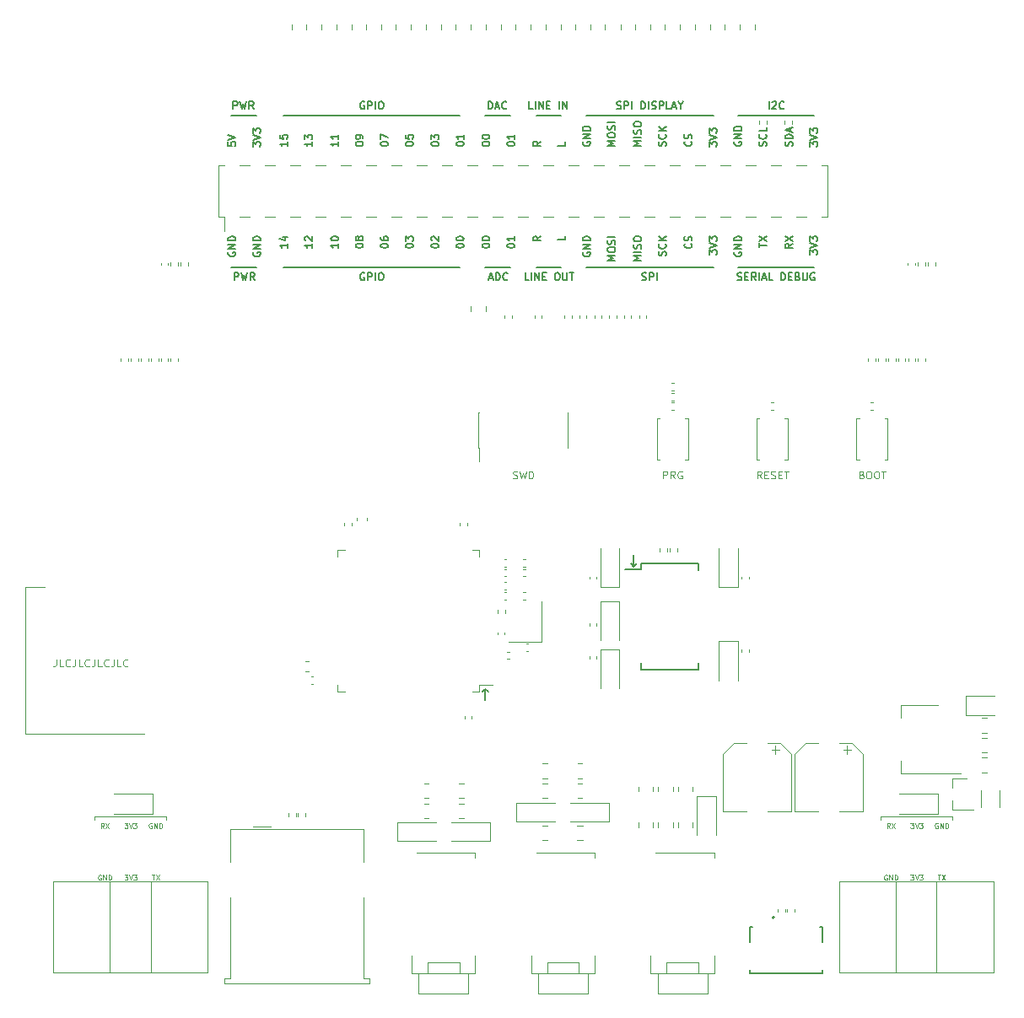
<source format=gbr>
%TF.GenerationSoftware,KiCad,Pcbnew,(5.1.8-0-10_14)*%
%TF.CreationDate,2021-11-08T19:43:21+01:00*%
%TF.ProjectId,KLST_SHEEP,4b4c5354-5f53-4484-9545-502e6b696361,0.1*%
%TF.SameCoordinates,Original*%
%TF.FileFunction,Legend,Top*%
%TF.FilePolarity,Positive*%
%FSLAX46Y46*%
G04 Gerber Fmt 4.6, Leading zero omitted, Abs format (unit mm)*
G04 Created by KiCad (PCBNEW (5.1.8-0-10_14)) date 2021-11-08 19:43:21*
%MOMM*%
%LPD*%
G01*
G04 APERTURE LIST*
%ADD10C,0.150000*%
%ADD11C,0.120000*%
%ADD12C,0.100000*%
%ADD13C,0.127000*%
%ADD14C,0.200000*%
G04 APERTURE END LIST*
D10*
X100700000Y-79100000D02*
X103200000Y-79100000D01*
X100700000Y-63900000D02*
X103200000Y-63900000D01*
X100900000Y-63239285D02*
X100900000Y-62489285D01*
X101185714Y-62489285D01*
X101257142Y-62525000D01*
X101292857Y-62560714D01*
X101328571Y-62632142D01*
X101328571Y-62739285D01*
X101292857Y-62810714D01*
X101257142Y-62846428D01*
X101185714Y-62882142D01*
X100900000Y-62882142D01*
X101578571Y-62489285D02*
X101757142Y-63239285D01*
X101900000Y-62703571D01*
X102042857Y-63239285D01*
X102221428Y-62489285D01*
X102935714Y-63239285D02*
X102685714Y-62882142D01*
X102507142Y-63239285D02*
X102507142Y-62489285D01*
X102792857Y-62489285D01*
X102864285Y-62525000D01*
X102900000Y-62560714D01*
X102935714Y-62632142D01*
X102935714Y-62739285D01*
X102900000Y-62810714D01*
X102864285Y-62846428D01*
X102792857Y-62882142D01*
X102507142Y-62882142D01*
X101000000Y-80439285D02*
X101000000Y-79689285D01*
X101285714Y-79689285D01*
X101357142Y-79725000D01*
X101392857Y-79760714D01*
X101428571Y-79832142D01*
X101428571Y-79939285D01*
X101392857Y-80010714D01*
X101357142Y-80046428D01*
X101285714Y-80082142D01*
X101000000Y-80082142D01*
X101678571Y-79689285D02*
X101857142Y-80439285D01*
X102000000Y-79903571D01*
X102142857Y-80439285D01*
X102321428Y-79689285D01*
X103035714Y-80439285D02*
X102785714Y-80082142D01*
X102607142Y-80439285D02*
X102607142Y-79689285D01*
X102892857Y-79689285D01*
X102964285Y-79725000D01*
X103000000Y-79760714D01*
X103035714Y-79832142D01*
X103035714Y-79939285D01*
X103000000Y-80010714D01*
X102964285Y-80046428D01*
X102892857Y-80082142D01*
X102607142Y-80082142D01*
X102925000Y-77611785D02*
X102889285Y-77683214D01*
X102889285Y-77790357D01*
X102925000Y-77897500D01*
X102996428Y-77968928D01*
X103067857Y-78004642D01*
X103210714Y-78040357D01*
X103317857Y-78040357D01*
X103460714Y-78004642D01*
X103532142Y-77968928D01*
X103603571Y-77897500D01*
X103639285Y-77790357D01*
X103639285Y-77718928D01*
X103603571Y-77611785D01*
X103567857Y-77576071D01*
X103317857Y-77576071D01*
X103317857Y-77718928D01*
X103639285Y-77254642D02*
X102889285Y-77254642D01*
X103639285Y-76826071D01*
X102889285Y-76826071D01*
X103639285Y-76468928D02*
X102889285Y-76468928D01*
X102889285Y-76290357D01*
X102925000Y-76183214D01*
X102996428Y-76111785D01*
X103067857Y-76076071D01*
X103210714Y-76040357D01*
X103317857Y-76040357D01*
X103460714Y-76076071D01*
X103532142Y-76111785D01*
X103603571Y-76183214D01*
X103639285Y-76290357D01*
X103639285Y-76468928D01*
X100425000Y-77611785D02*
X100389285Y-77683214D01*
X100389285Y-77790357D01*
X100425000Y-77897500D01*
X100496428Y-77968928D01*
X100567857Y-78004642D01*
X100710714Y-78040357D01*
X100817857Y-78040357D01*
X100960714Y-78004642D01*
X101032142Y-77968928D01*
X101103571Y-77897500D01*
X101139285Y-77790357D01*
X101139285Y-77718928D01*
X101103571Y-77611785D01*
X101067857Y-77576071D01*
X100817857Y-77576071D01*
X100817857Y-77718928D01*
X101139285Y-77254642D02*
X100389285Y-77254642D01*
X101139285Y-76826071D01*
X100389285Y-76826071D01*
X101139285Y-76468928D02*
X100389285Y-76468928D01*
X100389285Y-76290357D01*
X100425000Y-76183214D01*
X100496428Y-76111785D01*
X100567857Y-76076071D01*
X100710714Y-76040357D01*
X100817857Y-76040357D01*
X100960714Y-76076071D01*
X101032142Y-76111785D01*
X101103571Y-76183214D01*
X101139285Y-76290357D01*
X101139285Y-76468928D01*
X102889285Y-66995357D02*
X102889285Y-66531071D01*
X103175000Y-66781071D01*
X103175000Y-66673928D01*
X103210714Y-66602500D01*
X103246428Y-66566785D01*
X103317857Y-66531071D01*
X103496428Y-66531071D01*
X103567857Y-66566785D01*
X103603571Y-66602500D01*
X103639285Y-66673928D01*
X103639285Y-66888214D01*
X103603571Y-66959642D01*
X103567857Y-66995357D01*
X102889285Y-66316785D02*
X103639285Y-66066785D01*
X102889285Y-65816785D01*
X102889285Y-65638214D02*
X102889285Y-65173928D01*
X103175000Y-65423928D01*
X103175000Y-65316785D01*
X103210714Y-65245357D01*
X103246428Y-65209642D01*
X103317857Y-65173928D01*
X103496428Y-65173928D01*
X103567857Y-65209642D01*
X103603571Y-65245357D01*
X103639285Y-65316785D01*
X103639285Y-65531071D01*
X103603571Y-65602500D01*
X103567857Y-65638214D01*
X100389285Y-66566785D02*
X100389285Y-66923928D01*
X100746428Y-66959642D01*
X100710714Y-66923928D01*
X100675000Y-66852500D01*
X100675000Y-66673928D01*
X100710714Y-66602500D01*
X100746428Y-66566785D01*
X100817857Y-66531071D01*
X100996428Y-66531071D01*
X101067857Y-66566785D01*
X101103571Y-66602500D01*
X101139285Y-66673928D01*
X101139285Y-66852500D01*
X101103571Y-66923928D01*
X101067857Y-66959642D01*
X100389285Y-66316785D02*
X101139285Y-66066785D01*
X100389285Y-65816785D01*
X118189285Y-66781071D02*
X118189285Y-66709642D01*
X118225000Y-66638214D01*
X118260714Y-66602500D01*
X118332142Y-66566785D01*
X118475000Y-66531071D01*
X118653571Y-66531071D01*
X118796428Y-66566785D01*
X118867857Y-66602500D01*
X118903571Y-66638214D01*
X118939285Y-66709642D01*
X118939285Y-66781071D01*
X118903571Y-66852500D01*
X118867857Y-66888214D01*
X118796428Y-66923928D01*
X118653571Y-66959642D01*
X118475000Y-66959642D01*
X118332142Y-66923928D01*
X118260714Y-66888214D01*
X118225000Y-66852500D01*
X118189285Y-66781071D01*
X118189285Y-65852500D02*
X118189285Y-66209642D01*
X118546428Y-66245357D01*
X118510714Y-66209642D01*
X118475000Y-66138214D01*
X118475000Y-65959642D01*
X118510714Y-65888214D01*
X118546428Y-65852500D01*
X118617857Y-65816785D01*
X118796428Y-65816785D01*
X118867857Y-65852500D01*
X118903571Y-65888214D01*
X118939285Y-65959642D01*
X118939285Y-66138214D01*
X118903571Y-66209642D01*
X118867857Y-66245357D01*
X115689285Y-66781071D02*
X115689285Y-66709642D01*
X115725000Y-66638214D01*
X115760714Y-66602500D01*
X115832142Y-66566785D01*
X115975000Y-66531071D01*
X116153571Y-66531071D01*
X116296428Y-66566785D01*
X116367857Y-66602500D01*
X116403571Y-66638214D01*
X116439285Y-66709642D01*
X116439285Y-66781071D01*
X116403571Y-66852500D01*
X116367857Y-66888214D01*
X116296428Y-66923928D01*
X116153571Y-66959642D01*
X115975000Y-66959642D01*
X115832142Y-66923928D01*
X115760714Y-66888214D01*
X115725000Y-66852500D01*
X115689285Y-66781071D01*
X115689285Y-66281071D02*
X115689285Y-65781071D01*
X116439285Y-66102500D01*
X123289285Y-66781071D02*
X123289285Y-66709642D01*
X123325000Y-66638214D01*
X123360714Y-66602500D01*
X123432142Y-66566785D01*
X123575000Y-66531071D01*
X123753571Y-66531071D01*
X123896428Y-66566785D01*
X123967857Y-66602500D01*
X124003571Y-66638214D01*
X124039285Y-66709642D01*
X124039285Y-66781071D01*
X124003571Y-66852500D01*
X123967857Y-66888214D01*
X123896428Y-66923928D01*
X123753571Y-66959642D01*
X123575000Y-66959642D01*
X123432142Y-66923928D01*
X123360714Y-66888214D01*
X123325000Y-66852500D01*
X123289285Y-66781071D01*
X124039285Y-65816785D02*
X124039285Y-66245357D01*
X124039285Y-66031071D02*
X123289285Y-66031071D01*
X123396428Y-66102500D01*
X123467857Y-66173928D01*
X123503571Y-66245357D01*
X118189285Y-77004642D02*
X118189285Y-76933214D01*
X118225000Y-76861785D01*
X118260714Y-76826071D01*
X118332142Y-76790357D01*
X118475000Y-76754642D01*
X118653571Y-76754642D01*
X118796428Y-76790357D01*
X118867857Y-76826071D01*
X118903571Y-76861785D01*
X118939285Y-76933214D01*
X118939285Y-77004642D01*
X118903571Y-77076071D01*
X118867857Y-77111785D01*
X118796428Y-77147500D01*
X118653571Y-77183214D01*
X118475000Y-77183214D01*
X118332142Y-77147500D01*
X118260714Y-77111785D01*
X118225000Y-77076071D01*
X118189285Y-77004642D01*
X118189285Y-76504642D02*
X118189285Y-76040357D01*
X118475000Y-76290357D01*
X118475000Y-76183214D01*
X118510714Y-76111785D01*
X118546428Y-76076071D01*
X118617857Y-76040357D01*
X118796428Y-76040357D01*
X118867857Y-76076071D01*
X118903571Y-76111785D01*
X118939285Y-76183214D01*
X118939285Y-76397500D01*
X118903571Y-76468928D01*
X118867857Y-76504642D01*
X115689285Y-77004642D02*
X115689285Y-76933214D01*
X115725000Y-76861785D01*
X115760714Y-76826071D01*
X115832142Y-76790357D01*
X115975000Y-76754642D01*
X116153571Y-76754642D01*
X116296428Y-76790357D01*
X116367857Y-76826071D01*
X116403571Y-76861785D01*
X116439285Y-76933214D01*
X116439285Y-77004642D01*
X116403571Y-77076071D01*
X116367857Y-77111785D01*
X116296428Y-77147500D01*
X116153571Y-77183214D01*
X115975000Y-77183214D01*
X115832142Y-77147500D01*
X115760714Y-77111785D01*
X115725000Y-77076071D01*
X115689285Y-77004642D01*
X115689285Y-76111785D02*
X115689285Y-76254642D01*
X115725000Y-76326071D01*
X115760714Y-76361785D01*
X115867857Y-76433214D01*
X116010714Y-76468928D01*
X116296428Y-76468928D01*
X116367857Y-76433214D01*
X116403571Y-76397500D01*
X116439285Y-76326071D01*
X116439285Y-76183214D01*
X116403571Y-76111785D01*
X116367857Y-76076071D01*
X116296428Y-76040357D01*
X116117857Y-76040357D01*
X116046428Y-76076071D01*
X116010714Y-76111785D01*
X115975000Y-76183214D01*
X115975000Y-76326071D01*
X116010714Y-76397500D01*
X116046428Y-76433214D01*
X116117857Y-76468928D01*
X120789285Y-66781071D02*
X120789285Y-66709642D01*
X120825000Y-66638214D01*
X120860714Y-66602500D01*
X120932142Y-66566785D01*
X121075000Y-66531071D01*
X121253571Y-66531071D01*
X121396428Y-66566785D01*
X121467857Y-66602500D01*
X121503571Y-66638214D01*
X121539285Y-66709642D01*
X121539285Y-66781071D01*
X121503571Y-66852500D01*
X121467857Y-66888214D01*
X121396428Y-66923928D01*
X121253571Y-66959642D01*
X121075000Y-66959642D01*
X120932142Y-66923928D01*
X120860714Y-66888214D01*
X120825000Y-66852500D01*
X120789285Y-66781071D01*
X120789285Y-66281071D02*
X120789285Y-65816785D01*
X121075000Y-66066785D01*
X121075000Y-65959642D01*
X121110714Y-65888214D01*
X121146428Y-65852500D01*
X121217857Y-65816785D01*
X121396428Y-65816785D01*
X121467857Y-65852500D01*
X121503571Y-65888214D01*
X121539285Y-65959642D01*
X121539285Y-66173928D01*
X121503571Y-66245357D01*
X121467857Y-66281071D01*
X108839285Y-76754642D02*
X108839285Y-77183214D01*
X108839285Y-76968928D02*
X108089285Y-76968928D01*
X108196428Y-77040357D01*
X108267857Y-77111785D01*
X108303571Y-77183214D01*
X108160714Y-76468928D02*
X108125000Y-76433214D01*
X108089285Y-76361785D01*
X108089285Y-76183214D01*
X108125000Y-76111785D01*
X108160714Y-76076071D01*
X108232142Y-76040357D01*
X108303571Y-76040357D01*
X108410714Y-76076071D01*
X108839285Y-76504642D01*
X108839285Y-76040357D01*
X113189285Y-66781071D02*
X113189285Y-66709642D01*
X113225000Y-66638214D01*
X113260714Y-66602500D01*
X113332142Y-66566785D01*
X113475000Y-66531071D01*
X113653571Y-66531071D01*
X113796428Y-66566785D01*
X113867857Y-66602500D01*
X113903571Y-66638214D01*
X113939285Y-66709642D01*
X113939285Y-66781071D01*
X113903571Y-66852500D01*
X113867857Y-66888214D01*
X113796428Y-66923928D01*
X113653571Y-66959642D01*
X113475000Y-66959642D01*
X113332142Y-66923928D01*
X113260714Y-66888214D01*
X113225000Y-66852500D01*
X113189285Y-66781071D01*
X113939285Y-66173928D02*
X113939285Y-66031071D01*
X113903571Y-65959642D01*
X113867857Y-65923928D01*
X113760714Y-65852500D01*
X113617857Y-65816785D01*
X113332142Y-65816785D01*
X113260714Y-65852500D01*
X113225000Y-65888214D01*
X113189285Y-65959642D01*
X113189285Y-66102500D01*
X113225000Y-66173928D01*
X113260714Y-66209642D01*
X113332142Y-66245357D01*
X113510714Y-66245357D01*
X113582142Y-66209642D01*
X113617857Y-66173928D01*
X113653571Y-66102500D01*
X113653571Y-65959642D01*
X113617857Y-65888214D01*
X113582142Y-65852500D01*
X113510714Y-65816785D01*
X106339285Y-76754642D02*
X106339285Y-77183214D01*
X106339285Y-76968928D02*
X105589285Y-76968928D01*
X105696428Y-77040357D01*
X105767857Y-77111785D01*
X105803571Y-77183214D01*
X105839285Y-76111785D02*
X106339285Y-76111785D01*
X105553571Y-76290357D02*
X106089285Y-76468928D01*
X106089285Y-76004642D01*
X108839285Y-66531071D02*
X108839285Y-66959642D01*
X108839285Y-66745357D02*
X108089285Y-66745357D01*
X108196428Y-66816785D01*
X108267857Y-66888214D01*
X108303571Y-66959642D01*
X108089285Y-66281071D02*
X108089285Y-65816785D01*
X108375000Y-66066785D01*
X108375000Y-65959642D01*
X108410714Y-65888214D01*
X108446428Y-65852500D01*
X108517857Y-65816785D01*
X108696428Y-65816785D01*
X108767857Y-65852500D01*
X108803571Y-65888214D01*
X108839285Y-65959642D01*
X108839285Y-66173928D01*
X108803571Y-66245357D01*
X108767857Y-66281071D01*
X111439285Y-66531071D02*
X111439285Y-66959642D01*
X111439285Y-66745357D02*
X110689285Y-66745357D01*
X110796428Y-66816785D01*
X110867857Y-66888214D01*
X110903571Y-66959642D01*
X111439285Y-65816785D02*
X111439285Y-66245357D01*
X111439285Y-66031071D02*
X110689285Y-66031071D01*
X110796428Y-66102500D01*
X110867857Y-66173928D01*
X110903571Y-66245357D01*
X106339285Y-66531071D02*
X106339285Y-66959642D01*
X106339285Y-66745357D02*
X105589285Y-66745357D01*
X105696428Y-66816785D01*
X105767857Y-66888214D01*
X105803571Y-66959642D01*
X105589285Y-65852500D02*
X105589285Y-66209642D01*
X105946428Y-66245357D01*
X105910714Y-66209642D01*
X105875000Y-66138214D01*
X105875000Y-65959642D01*
X105910714Y-65888214D01*
X105946428Y-65852500D01*
X106017857Y-65816785D01*
X106196428Y-65816785D01*
X106267857Y-65852500D01*
X106303571Y-65888214D01*
X106339285Y-65959642D01*
X106339285Y-66138214D01*
X106303571Y-66209642D01*
X106267857Y-66245357D01*
X111439285Y-76754642D02*
X111439285Y-77183214D01*
X111439285Y-76968928D02*
X110689285Y-76968928D01*
X110796428Y-77040357D01*
X110867857Y-77111785D01*
X110903571Y-77183214D01*
X110689285Y-76290357D02*
X110689285Y-76218928D01*
X110725000Y-76147500D01*
X110760714Y-76111785D01*
X110832142Y-76076071D01*
X110975000Y-76040357D01*
X111153571Y-76040357D01*
X111296428Y-76076071D01*
X111367857Y-76111785D01*
X111403571Y-76147500D01*
X111439285Y-76218928D01*
X111439285Y-76290357D01*
X111403571Y-76361785D01*
X111367857Y-76397500D01*
X111296428Y-76433214D01*
X111153571Y-76468928D01*
X110975000Y-76468928D01*
X110832142Y-76433214D01*
X110760714Y-76397500D01*
X110725000Y-76361785D01*
X110689285Y-76290357D01*
X113189285Y-77004642D02*
X113189285Y-76933214D01*
X113225000Y-76861785D01*
X113260714Y-76826071D01*
X113332142Y-76790357D01*
X113475000Y-76754642D01*
X113653571Y-76754642D01*
X113796428Y-76790357D01*
X113867857Y-76826071D01*
X113903571Y-76861785D01*
X113939285Y-76933214D01*
X113939285Y-77004642D01*
X113903571Y-77076071D01*
X113867857Y-77111785D01*
X113796428Y-77147500D01*
X113653571Y-77183214D01*
X113475000Y-77183214D01*
X113332142Y-77147500D01*
X113260714Y-77111785D01*
X113225000Y-77076071D01*
X113189285Y-77004642D01*
X113510714Y-76326071D02*
X113475000Y-76397500D01*
X113439285Y-76433214D01*
X113367857Y-76468928D01*
X113332142Y-76468928D01*
X113260714Y-76433214D01*
X113225000Y-76397500D01*
X113189285Y-76326071D01*
X113189285Y-76183214D01*
X113225000Y-76111785D01*
X113260714Y-76076071D01*
X113332142Y-76040357D01*
X113367857Y-76040357D01*
X113439285Y-76076071D01*
X113475000Y-76111785D01*
X113510714Y-76183214D01*
X113510714Y-76326071D01*
X113546428Y-76397500D01*
X113582142Y-76433214D01*
X113653571Y-76468928D01*
X113796428Y-76468928D01*
X113867857Y-76433214D01*
X113903571Y-76397500D01*
X113939285Y-76326071D01*
X113939285Y-76183214D01*
X113903571Y-76111785D01*
X113867857Y-76076071D01*
X113796428Y-76040357D01*
X113653571Y-76040357D01*
X113582142Y-76076071D01*
X113546428Y-76111785D01*
X113510714Y-76183214D01*
X123289285Y-77004642D02*
X123289285Y-76933214D01*
X123325000Y-76861785D01*
X123360714Y-76826071D01*
X123432142Y-76790357D01*
X123575000Y-76754642D01*
X123753571Y-76754642D01*
X123896428Y-76790357D01*
X123967857Y-76826071D01*
X124003571Y-76861785D01*
X124039285Y-76933214D01*
X124039285Y-77004642D01*
X124003571Y-77076071D01*
X123967857Y-77111785D01*
X123896428Y-77147500D01*
X123753571Y-77183214D01*
X123575000Y-77183214D01*
X123432142Y-77147500D01*
X123360714Y-77111785D01*
X123325000Y-77076071D01*
X123289285Y-77004642D01*
X123289285Y-76290357D02*
X123289285Y-76218928D01*
X123325000Y-76147500D01*
X123360714Y-76111785D01*
X123432142Y-76076071D01*
X123575000Y-76040357D01*
X123753571Y-76040357D01*
X123896428Y-76076071D01*
X123967857Y-76111785D01*
X124003571Y-76147500D01*
X124039285Y-76218928D01*
X124039285Y-76290357D01*
X124003571Y-76361785D01*
X123967857Y-76397500D01*
X123896428Y-76433214D01*
X123753571Y-76468928D01*
X123575000Y-76468928D01*
X123432142Y-76433214D01*
X123360714Y-76397500D01*
X123325000Y-76361785D01*
X123289285Y-76290357D01*
X120789285Y-77004642D02*
X120789285Y-76933214D01*
X120825000Y-76861785D01*
X120860714Y-76826071D01*
X120932142Y-76790357D01*
X121075000Y-76754642D01*
X121253571Y-76754642D01*
X121396428Y-76790357D01*
X121467857Y-76826071D01*
X121503571Y-76861785D01*
X121539285Y-76933214D01*
X121539285Y-77004642D01*
X121503571Y-77076071D01*
X121467857Y-77111785D01*
X121396428Y-77147500D01*
X121253571Y-77183214D01*
X121075000Y-77183214D01*
X120932142Y-77147500D01*
X120860714Y-77111785D01*
X120825000Y-77076071D01*
X120789285Y-77004642D01*
X120860714Y-76468928D02*
X120825000Y-76433214D01*
X120789285Y-76361785D01*
X120789285Y-76183214D01*
X120825000Y-76111785D01*
X120860714Y-76076071D01*
X120932142Y-76040357D01*
X121003571Y-76040357D01*
X121110714Y-76076071D01*
X121539285Y-76504642D01*
X121539285Y-76040357D01*
X114050000Y-62525000D02*
X113978571Y-62489285D01*
X113871428Y-62489285D01*
X113764285Y-62525000D01*
X113692857Y-62596428D01*
X113657142Y-62667857D01*
X113621428Y-62810714D01*
X113621428Y-62917857D01*
X113657142Y-63060714D01*
X113692857Y-63132142D01*
X113764285Y-63203571D01*
X113871428Y-63239285D01*
X113942857Y-63239285D01*
X114050000Y-63203571D01*
X114085714Y-63167857D01*
X114085714Y-62917857D01*
X113942857Y-62917857D01*
X114407142Y-63239285D02*
X114407142Y-62489285D01*
X114692857Y-62489285D01*
X114764285Y-62525000D01*
X114800000Y-62560714D01*
X114835714Y-62632142D01*
X114835714Y-62739285D01*
X114800000Y-62810714D01*
X114764285Y-62846428D01*
X114692857Y-62882142D01*
X114407142Y-62882142D01*
X115157142Y-63239285D02*
X115157142Y-62489285D01*
X115657142Y-62489285D02*
X115800000Y-62489285D01*
X115871428Y-62525000D01*
X115942857Y-62596428D01*
X115978571Y-62739285D01*
X115978571Y-62989285D01*
X115942857Y-63132142D01*
X115871428Y-63203571D01*
X115800000Y-63239285D01*
X115657142Y-63239285D01*
X115585714Y-63203571D01*
X115514285Y-63132142D01*
X115478571Y-62989285D01*
X115478571Y-62739285D01*
X115514285Y-62596428D01*
X115585714Y-62525000D01*
X115657142Y-62489285D01*
X105900000Y-63900000D02*
X123600000Y-63900000D01*
X114050000Y-79725000D02*
X113978571Y-79689285D01*
X113871428Y-79689285D01*
X113764285Y-79725000D01*
X113692857Y-79796428D01*
X113657142Y-79867857D01*
X113621428Y-80010714D01*
X113621428Y-80117857D01*
X113657142Y-80260714D01*
X113692857Y-80332142D01*
X113764285Y-80403571D01*
X113871428Y-80439285D01*
X113942857Y-80439285D01*
X114050000Y-80403571D01*
X114085714Y-80367857D01*
X114085714Y-80117857D01*
X113942857Y-80117857D01*
X114407142Y-80439285D02*
X114407142Y-79689285D01*
X114692857Y-79689285D01*
X114764285Y-79725000D01*
X114800000Y-79760714D01*
X114835714Y-79832142D01*
X114835714Y-79939285D01*
X114800000Y-80010714D01*
X114764285Y-80046428D01*
X114692857Y-80082142D01*
X114407142Y-80082142D01*
X115157142Y-80439285D02*
X115157142Y-79689285D01*
X115657142Y-79689285D02*
X115800000Y-79689285D01*
X115871428Y-79725000D01*
X115942857Y-79796428D01*
X115978571Y-79939285D01*
X115978571Y-80189285D01*
X115942857Y-80332142D01*
X115871428Y-80403571D01*
X115800000Y-80439285D01*
X115657142Y-80439285D01*
X115585714Y-80403571D01*
X115514285Y-80332142D01*
X115478571Y-80189285D01*
X115478571Y-79939285D01*
X115514285Y-79796428D01*
X115585714Y-79725000D01*
X115657142Y-79689285D01*
X105900000Y-79100000D02*
X123600000Y-79100000D01*
X128389285Y-66781071D02*
X128389285Y-66709642D01*
X128425000Y-66638214D01*
X128460714Y-66602500D01*
X128532142Y-66566785D01*
X128675000Y-66531071D01*
X128853571Y-66531071D01*
X128996428Y-66566785D01*
X129067857Y-66602500D01*
X129103571Y-66638214D01*
X129139285Y-66709642D01*
X129139285Y-66781071D01*
X129103571Y-66852500D01*
X129067857Y-66888214D01*
X128996428Y-66923928D01*
X128853571Y-66959642D01*
X128675000Y-66959642D01*
X128532142Y-66923928D01*
X128460714Y-66888214D01*
X128425000Y-66852500D01*
X128389285Y-66781071D01*
X129139285Y-65816785D02*
X129139285Y-66245357D01*
X129139285Y-66031071D02*
X128389285Y-66031071D01*
X128496428Y-66102500D01*
X128567857Y-66173928D01*
X128603571Y-66245357D01*
X125889285Y-66781071D02*
X125889285Y-66709642D01*
X125925000Y-66638214D01*
X125960714Y-66602500D01*
X126032142Y-66566785D01*
X126175000Y-66531071D01*
X126353571Y-66531071D01*
X126496428Y-66566785D01*
X126567857Y-66602500D01*
X126603571Y-66638214D01*
X126639285Y-66709642D01*
X126639285Y-66781071D01*
X126603571Y-66852500D01*
X126567857Y-66888214D01*
X126496428Y-66923928D01*
X126353571Y-66959642D01*
X126175000Y-66959642D01*
X126032142Y-66923928D01*
X125960714Y-66888214D01*
X125925000Y-66852500D01*
X125889285Y-66781071D01*
X125889285Y-66066785D02*
X125889285Y-65995357D01*
X125925000Y-65923928D01*
X125960714Y-65888214D01*
X126032142Y-65852500D01*
X126175000Y-65816785D01*
X126353571Y-65816785D01*
X126496428Y-65852500D01*
X126567857Y-65888214D01*
X126603571Y-65923928D01*
X126639285Y-65995357D01*
X126639285Y-66066785D01*
X126603571Y-66138214D01*
X126567857Y-66173928D01*
X126496428Y-66209642D01*
X126353571Y-66245357D01*
X126175000Y-66245357D01*
X126032142Y-66209642D01*
X125960714Y-66173928D01*
X125925000Y-66138214D01*
X125889285Y-66066785D01*
X134239285Y-66566785D02*
X134239285Y-66923928D01*
X133489285Y-66923928D01*
X128389285Y-77004642D02*
X128389285Y-76933214D01*
X128425000Y-76861785D01*
X128460714Y-76826071D01*
X128532142Y-76790357D01*
X128675000Y-76754642D01*
X128853571Y-76754642D01*
X128996428Y-76790357D01*
X129067857Y-76826071D01*
X129103571Y-76861785D01*
X129139285Y-76933214D01*
X129139285Y-77004642D01*
X129103571Y-77076071D01*
X129067857Y-77111785D01*
X128996428Y-77147500D01*
X128853571Y-77183214D01*
X128675000Y-77183214D01*
X128532142Y-77147500D01*
X128460714Y-77111785D01*
X128425000Y-77076071D01*
X128389285Y-77004642D01*
X129139285Y-76040357D02*
X129139285Y-76468928D01*
X129139285Y-76254642D02*
X128389285Y-76254642D01*
X128496428Y-76326071D01*
X128567857Y-76397500D01*
X128603571Y-76468928D01*
X125889285Y-77004642D02*
X125889285Y-76933214D01*
X125925000Y-76861785D01*
X125960714Y-76826071D01*
X126032142Y-76790357D01*
X126175000Y-76754642D01*
X126353571Y-76754642D01*
X126496428Y-76790357D01*
X126567857Y-76826071D01*
X126603571Y-76861785D01*
X126639285Y-76933214D01*
X126639285Y-77004642D01*
X126603571Y-77076071D01*
X126567857Y-77111785D01*
X126496428Y-77147500D01*
X126353571Y-77183214D01*
X126175000Y-77183214D01*
X126032142Y-77147500D01*
X125960714Y-77111785D01*
X125925000Y-77076071D01*
X125889285Y-77004642D01*
X125889285Y-76290357D02*
X125889285Y-76218928D01*
X125925000Y-76147500D01*
X125960714Y-76111785D01*
X126032142Y-76076071D01*
X126175000Y-76040357D01*
X126353571Y-76040357D01*
X126496428Y-76076071D01*
X126567857Y-76111785D01*
X126603571Y-76147500D01*
X126639285Y-76218928D01*
X126639285Y-76290357D01*
X126603571Y-76361785D01*
X126567857Y-76397500D01*
X126496428Y-76433214D01*
X126353571Y-76468928D01*
X126175000Y-76468928D01*
X126032142Y-76433214D01*
X125960714Y-76397500D01*
X125925000Y-76361785D01*
X125889285Y-76290357D01*
X131739285Y-66495357D02*
X131382142Y-66745357D01*
X131739285Y-66923928D02*
X130989285Y-66923928D01*
X130989285Y-66638214D01*
X131025000Y-66566785D01*
X131060714Y-66531071D01*
X131132142Y-66495357D01*
X131239285Y-66495357D01*
X131310714Y-66531071D01*
X131346428Y-66566785D01*
X131382142Y-66638214D01*
X131382142Y-66923928D01*
X134239285Y-75968928D02*
X134239285Y-76326071D01*
X133489285Y-76326071D01*
X131739285Y-76040357D02*
X131382142Y-76290357D01*
X131739285Y-76468928D02*
X130989285Y-76468928D01*
X130989285Y-76183214D01*
X131025000Y-76111785D01*
X131060714Y-76076071D01*
X131132142Y-76040357D01*
X131239285Y-76040357D01*
X131310714Y-76076071D01*
X131346428Y-76111785D01*
X131382142Y-76183214D01*
X131382142Y-76468928D01*
X126200000Y-63900000D02*
X128700000Y-63900000D01*
X126200000Y-79100000D02*
X128700000Y-79100000D01*
X126571428Y-80225000D02*
X126928571Y-80225000D01*
X126500000Y-80439285D02*
X126750000Y-79689285D01*
X127000000Y-80439285D01*
X127250000Y-80439285D02*
X127250000Y-79689285D01*
X127428571Y-79689285D01*
X127535714Y-79725000D01*
X127607142Y-79796428D01*
X127642857Y-79867857D01*
X127678571Y-80010714D01*
X127678571Y-80117857D01*
X127642857Y-80260714D01*
X127607142Y-80332142D01*
X127535714Y-80403571D01*
X127428571Y-80439285D01*
X127250000Y-80439285D01*
X128428571Y-80367857D02*
X128392857Y-80403571D01*
X128285714Y-80439285D01*
X128214285Y-80439285D01*
X128107142Y-80403571D01*
X128035714Y-80332142D01*
X128000000Y-80260714D01*
X127964285Y-80117857D01*
X127964285Y-80010714D01*
X128000000Y-79867857D01*
X128035714Y-79796428D01*
X128107142Y-79725000D01*
X128214285Y-79689285D01*
X128285714Y-79689285D01*
X128392857Y-79725000D01*
X128428571Y-79760714D01*
X126507142Y-63239285D02*
X126507142Y-62489285D01*
X126685714Y-62489285D01*
X126792857Y-62525000D01*
X126864285Y-62596428D01*
X126900000Y-62667857D01*
X126935714Y-62810714D01*
X126935714Y-62917857D01*
X126900000Y-63060714D01*
X126864285Y-63132142D01*
X126792857Y-63203571D01*
X126685714Y-63239285D01*
X126507142Y-63239285D01*
X127221428Y-63025000D02*
X127578571Y-63025000D01*
X127150000Y-63239285D02*
X127400000Y-62489285D01*
X127650000Y-63239285D01*
X128328571Y-63167857D02*
X128292857Y-63203571D01*
X128185714Y-63239285D01*
X128114285Y-63239285D01*
X128007142Y-63203571D01*
X127935714Y-63132142D01*
X127900000Y-63060714D01*
X127864285Y-62917857D01*
X127864285Y-62810714D01*
X127900000Y-62667857D01*
X127935714Y-62596428D01*
X128007142Y-62525000D01*
X128114285Y-62489285D01*
X128185714Y-62489285D01*
X128292857Y-62525000D01*
X128328571Y-62560714D01*
X130964285Y-63239285D02*
X130607142Y-63239285D01*
X130607142Y-62489285D01*
X131214285Y-63239285D02*
X131214285Y-62489285D01*
X131571428Y-63239285D02*
X131571428Y-62489285D01*
X132000000Y-63239285D01*
X132000000Y-62489285D01*
X132357142Y-62846428D02*
X132607142Y-62846428D01*
X132714285Y-63239285D02*
X132357142Y-63239285D01*
X132357142Y-62489285D01*
X132714285Y-62489285D01*
X133607142Y-63239285D02*
X133607142Y-62489285D01*
X133964285Y-63239285D02*
X133964285Y-62489285D01*
X134392857Y-63239285D01*
X134392857Y-62489285D01*
X131300000Y-63900000D02*
X133800000Y-63900000D01*
X130564285Y-80439285D02*
X130207142Y-80439285D01*
X130207142Y-79689285D01*
X130814285Y-80439285D02*
X130814285Y-79689285D01*
X131171428Y-80439285D02*
X131171428Y-79689285D01*
X131600000Y-80439285D01*
X131600000Y-79689285D01*
X131957142Y-80046428D02*
X132207142Y-80046428D01*
X132314285Y-80439285D02*
X131957142Y-80439285D01*
X131957142Y-79689285D01*
X132314285Y-79689285D01*
X133350000Y-79689285D02*
X133492857Y-79689285D01*
X133564285Y-79725000D01*
X133635714Y-79796428D01*
X133671428Y-79939285D01*
X133671428Y-80189285D01*
X133635714Y-80332142D01*
X133564285Y-80403571D01*
X133492857Y-80439285D01*
X133350000Y-80439285D01*
X133278571Y-80403571D01*
X133207142Y-80332142D01*
X133171428Y-80189285D01*
X133171428Y-79939285D01*
X133207142Y-79796428D01*
X133278571Y-79725000D01*
X133350000Y-79689285D01*
X133992857Y-79689285D02*
X133992857Y-80296428D01*
X134028571Y-80367857D01*
X134064285Y-80403571D01*
X134135714Y-80439285D01*
X134278571Y-80439285D01*
X134350000Y-80403571D01*
X134385714Y-80367857D01*
X134421428Y-80296428D01*
X134421428Y-79689285D01*
X134671428Y-79689285D02*
X135100000Y-79689285D01*
X134885714Y-80439285D02*
X134885714Y-79689285D01*
X131300000Y-79100000D02*
X133800000Y-79100000D01*
X139414285Y-63203571D02*
X139521428Y-63239285D01*
X139700000Y-63239285D01*
X139771428Y-63203571D01*
X139807142Y-63167857D01*
X139842857Y-63096428D01*
X139842857Y-63025000D01*
X139807142Y-62953571D01*
X139771428Y-62917857D01*
X139700000Y-62882142D01*
X139557142Y-62846428D01*
X139485714Y-62810714D01*
X139450000Y-62775000D01*
X139414285Y-62703571D01*
X139414285Y-62632142D01*
X139450000Y-62560714D01*
X139485714Y-62525000D01*
X139557142Y-62489285D01*
X139735714Y-62489285D01*
X139842857Y-62525000D01*
X140164285Y-63239285D02*
X140164285Y-62489285D01*
X140450000Y-62489285D01*
X140521428Y-62525000D01*
X140557142Y-62560714D01*
X140592857Y-62632142D01*
X140592857Y-62739285D01*
X140557142Y-62810714D01*
X140521428Y-62846428D01*
X140450000Y-62882142D01*
X140164285Y-62882142D01*
X140914285Y-63239285D02*
X140914285Y-62489285D01*
X141842857Y-63239285D02*
X141842857Y-62489285D01*
X142021428Y-62489285D01*
X142128571Y-62525000D01*
X142200000Y-62596428D01*
X142235714Y-62667857D01*
X142271428Y-62810714D01*
X142271428Y-62917857D01*
X142235714Y-63060714D01*
X142200000Y-63132142D01*
X142128571Y-63203571D01*
X142021428Y-63239285D01*
X141842857Y-63239285D01*
X142592857Y-63239285D02*
X142592857Y-62489285D01*
X142914285Y-63203571D02*
X143021428Y-63239285D01*
X143200000Y-63239285D01*
X143271428Y-63203571D01*
X143307142Y-63167857D01*
X143342857Y-63096428D01*
X143342857Y-63025000D01*
X143307142Y-62953571D01*
X143271428Y-62917857D01*
X143200000Y-62882142D01*
X143057142Y-62846428D01*
X142985714Y-62810714D01*
X142950000Y-62775000D01*
X142914285Y-62703571D01*
X142914285Y-62632142D01*
X142950000Y-62560714D01*
X142985714Y-62525000D01*
X143057142Y-62489285D01*
X143235714Y-62489285D01*
X143342857Y-62525000D01*
X143664285Y-63239285D02*
X143664285Y-62489285D01*
X143950000Y-62489285D01*
X144021428Y-62525000D01*
X144057142Y-62560714D01*
X144092857Y-62632142D01*
X144092857Y-62739285D01*
X144057142Y-62810714D01*
X144021428Y-62846428D01*
X143950000Y-62882142D01*
X143664285Y-62882142D01*
X144771428Y-63239285D02*
X144414285Y-63239285D01*
X144414285Y-62489285D01*
X144985714Y-63025000D02*
X145342857Y-63025000D01*
X144914285Y-63239285D02*
X145164285Y-62489285D01*
X145414285Y-63239285D01*
X145807142Y-62882142D02*
X145807142Y-63239285D01*
X145557142Y-62489285D02*
X145807142Y-62882142D01*
X146057142Y-62489285D01*
X136300000Y-63900000D02*
X149100000Y-63900000D01*
X139239285Y-66923928D02*
X138489285Y-66923928D01*
X139025000Y-66673928D01*
X138489285Y-66423928D01*
X139239285Y-66423928D01*
X138489285Y-65923928D02*
X138489285Y-65781071D01*
X138525000Y-65709642D01*
X138596428Y-65638214D01*
X138739285Y-65602500D01*
X138989285Y-65602500D01*
X139132142Y-65638214D01*
X139203571Y-65709642D01*
X139239285Y-65781071D01*
X139239285Y-65923928D01*
X139203571Y-65995357D01*
X139132142Y-66066785D01*
X138989285Y-66102500D01*
X138739285Y-66102500D01*
X138596428Y-66066785D01*
X138525000Y-65995357D01*
X138489285Y-65923928D01*
X139203571Y-65316785D02*
X139239285Y-65209642D01*
X139239285Y-65031071D01*
X139203571Y-64959642D01*
X139167857Y-64923928D01*
X139096428Y-64888214D01*
X139025000Y-64888214D01*
X138953571Y-64923928D01*
X138917857Y-64959642D01*
X138882142Y-65031071D01*
X138846428Y-65173928D01*
X138810714Y-65245357D01*
X138775000Y-65281071D01*
X138703571Y-65316785D01*
X138632142Y-65316785D01*
X138560714Y-65281071D01*
X138525000Y-65245357D01*
X138489285Y-65173928D01*
X138489285Y-64995357D01*
X138525000Y-64888214D01*
X139239285Y-64566785D02*
X138489285Y-64566785D01*
X136025000Y-66531071D02*
X135989285Y-66602500D01*
X135989285Y-66709642D01*
X136025000Y-66816785D01*
X136096428Y-66888214D01*
X136167857Y-66923928D01*
X136310714Y-66959642D01*
X136417857Y-66959642D01*
X136560714Y-66923928D01*
X136632142Y-66888214D01*
X136703571Y-66816785D01*
X136739285Y-66709642D01*
X136739285Y-66638214D01*
X136703571Y-66531071D01*
X136667857Y-66495357D01*
X136417857Y-66495357D01*
X136417857Y-66638214D01*
X136739285Y-66173928D02*
X135989285Y-66173928D01*
X136739285Y-65745357D01*
X135989285Y-65745357D01*
X136739285Y-65388214D02*
X135989285Y-65388214D01*
X135989285Y-65209642D01*
X136025000Y-65102500D01*
X136096428Y-65031071D01*
X136167857Y-64995357D01*
X136310714Y-64959642D01*
X136417857Y-64959642D01*
X136560714Y-64995357D01*
X136632142Y-65031071D01*
X136703571Y-65102500D01*
X136739285Y-65209642D01*
X136739285Y-65388214D01*
X148689285Y-66995357D02*
X148689285Y-66531071D01*
X148975000Y-66781071D01*
X148975000Y-66673928D01*
X149010714Y-66602500D01*
X149046428Y-66566785D01*
X149117857Y-66531071D01*
X149296428Y-66531071D01*
X149367857Y-66566785D01*
X149403571Y-66602500D01*
X149439285Y-66673928D01*
X149439285Y-66888214D01*
X149403571Y-66959642D01*
X149367857Y-66995357D01*
X148689285Y-66316785D02*
X149439285Y-66066785D01*
X148689285Y-65816785D01*
X148689285Y-65638214D02*
X148689285Y-65173928D01*
X148975000Y-65423928D01*
X148975000Y-65316785D01*
X149010714Y-65245357D01*
X149046428Y-65209642D01*
X149117857Y-65173928D01*
X149296428Y-65173928D01*
X149367857Y-65209642D01*
X149403571Y-65245357D01*
X149439285Y-65316785D01*
X149439285Y-65531071D01*
X149403571Y-65602500D01*
X149367857Y-65638214D01*
X141839285Y-66923928D02*
X141089285Y-66923928D01*
X141625000Y-66673928D01*
X141089285Y-66423928D01*
X141839285Y-66423928D01*
X141839285Y-66066785D02*
X141089285Y-66066785D01*
X141803571Y-65745357D02*
X141839285Y-65638214D01*
X141839285Y-65459642D01*
X141803571Y-65388214D01*
X141767857Y-65352500D01*
X141696428Y-65316785D01*
X141625000Y-65316785D01*
X141553571Y-65352500D01*
X141517857Y-65388214D01*
X141482142Y-65459642D01*
X141446428Y-65602500D01*
X141410714Y-65673928D01*
X141375000Y-65709642D01*
X141303571Y-65745357D01*
X141232142Y-65745357D01*
X141160714Y-65709642D01*
X141125000Y-65673928D01*
X141089285Y-65602500D01*
X141089285Y-65423928D01*
X141125000Y-65316785D01*
X141089285Y-64852500D02*
X141089285Y-64709642D01*
X141125000Y-64638214D01*
X141196428Y-64566785D01*
X141339285Y-64531071D01*
X141589285Y-64531071D01*
X141732142Y-64566785D01*
X141803571Y-64638214D01*
X141839285Y-64709642D01*
X141839285Y-64852500D01*
X141803571Y-64923928D01*
X141732142Y-64995357D01*
X141589285Y-65031071D01*
X141339285Y-65031071D01*
X141196428Y-64995357D01*
X141125000Y-64923928D01*
X141089285Y-64852500D01*
X146867857Y-66495357D02*
X146903571Y-66531071D01*
X146939285Y-66638214D01*
X146939285Y-66709642D01*
X146903571Y-66816785D01*
X146832142Y-66888214D01*
X146760714Y-66923928D01*
X146617857Y-66959642D01*
X146510714Y-66959642D01*
X146367857Y-66923928D01*
X146296428Y-66888214D01*
X146225000Y-66816785D01*
X146189285Y-66709642D01*
X146189285Y-66638214D01*
X146225000Y-66531071D01*
X146260714Y-66495357D01*
X146903571Y-66209642D02*
X146939285Y-66102500D01*
X146939285Y-65923928D01*
X146903571Y-65852500D01*
X146867857Y-65816785D01*
X146796428Y-65781071D01*
X146725000Y-65781071D01*
X146653571Y-65816785D01*
X146617857Y-65852500D01*
X146582142Y-65923928D01*
X146546428Y-66066785D01*
X146510714Y-66138214D01*
X146475000Y-66173928D01*
X146403571Y-66209642D01*
X146332142Y-66209642D01*
X146260714Y-66173928D01*
X146225000Y-66138214D01*
X146189285Y-66066785D01*
X146189285Y-65888214D01*
X146225000Y-65781071D01*
X144303571Y-66959642D02*
X144339285Y-66852500D01*
X144339285Y-66673928D01*
X144303571Y-66602500D01*
X144267857Y-66566785D01*
X144196428Y-66531071D01*
X144125000Y-66531071D01*
X144053571Y-66566785D01*
X144017857Y-66602500D01*
X143982142Y-66673928D01*
X143946428Y-66816785D01*
X143910714Y-66888214D01*
X143875000Y-66923928D01*
X143803571Y-66959642D01*
X143732142Y-66959642D01*
X143660714Y-66923928D01*
X143625000Y-66888214D01*
X143589285Y-66816785D01*
X143589285Y-66638214D01*
X143625000Y-66531071D01*
X144267857Y-65781071D02*
X144303571Y-65816785D01*
X144339285Y-65923928D01*
X144339285Y-65995357D01*
X144303571Y-66102500D01*
X144232142Y-66173928D01*
X144160714Y-66209642D01*
X144017857Y-66245357D01*
X143910714Y-66245357D01*
X143767857Y-66209642D01*
X143696428Y-66173928D01*
X143625000Y-66102500D01*
X143589285Y-65995357D01*
X143589285Y-65923928D01*
X143625000Y-65816785D01*
X143660714Y-65781071D01*
X144339285Y-65459642D02*
X143589285Y-65459642D01*
X144339285Y-65031071D02*
X143910714Y-65352500D01*
X143589285Y-65031071D02*
X144017857Y-65459642D01*
X139239285Y-78433214D02*
X138489285Y-78433214D01*
X139025000Y-78183214D01*
X138489285Y-77933214D01*
X139239285Y-77933214D01*
X138489285Y-77433214D02*
X138489285Y-77290357D01*
X138525000Y-77218928D01*
X138596428Y-77147500D01*
X138739285Y-77111785D01*
X138989285Y-77111785D01*
X139132142Y-77147500D01*
X139203571Y-77218928D01*
X139239285Y-77290357D01*
X139239285Y-77433214D01*
X139203571Y-77504642D01*
X139132142Y-77576071D01*
X138989285Y-77611785D01*
X138739285Y-77611785D01*
X138596428Y-77576071D01*
X138525000Y-77504642D01*
X138489285Y-77433214D01*
X139203571Y-76826071D02*
X139239285Y-76718928D01*
X139239285Y-76540357D01*
X139203571Y-76468928D01*
X139167857Y-76433214D01*
X139096428Y-76397500D01*
X139025000Y-76397500D01*
X138953571Y-76433214D01*
X138917857Y-76468928D01*
X138882142Y-76540357D01*
X138846428Y-76683214D01*
X138810714Y-76754642D01*
X138775000Y-76790357D01*
X138703571Y-76826071D01*
X138632142Y-76826071D01*
X138560714Y-76790357D01*
X138525000Y-76754642D01*
X138489285Y-76683214D01*
X138489285Y-76504642D01*
X138525000Y-76397500D01*
X139239285Y-76076071D02*
X138489285Y-76076071D01*
X136025000Y-77611785D02*
X135989285Y-77683214D01*
X135989285Y-77790357D01*
X136025000Y-77897500D01*
X136096428Y-77968928D01*
X136167857Y-78004642D01*
X136310714Y-78040357D01*
X136417857Y-78040357D01*
X136560714Y-78004642D01*
X136632142Y-77968928D01*
X136703571Y-77897500D01*
X136739285Y-77790357D01*
X136739285Y-77718928D01*
X136703571Y-77611785D01*
X136667857Y-77576071D01*
X136417857Y-77576071D01*
X136417857Y-77718928D01*
X136739285Y-77254642D02*
X135989285Y-77254642D01*
X136739285Y-76826071D01*
X135989285Y-76826071D01*
X136739285Y-76468928D02*
X135989285Y-76468928D01*
X135989285Y-76290357D01*
X136025000Y-76183214D01*
X136096428Y-76111785D01*
X136167857Y-76076071D01*
X136310714Y-76040357D01*
X136417857Y-76040357D01*
X136560714Y-76076071D01*
X136632142Y-76111785D01*
X136703571Y-76183214D01*
X136739285Y-76290357D01*
X136739285Y-76468928D01*
X141839285Y-78433214D02*
X141089285Y-78433214D01*
X141625000Y-78183214D01*
X141089285Y-77933214D01*
X141839285Y-77933214D01*
X141839285Y-77576071D02*
X141089285Y-77576071D01*
X141803571Y-77254642D02*
X141839285Y-77147500D01*
X141839285Y-76968928D01*
X141803571Y-76897500D01*
X141767857Y-76861785D01*
X141696428Y-76826071D01*
X141625000Y-76826071D01*
X141553571Y-76861785D01*
X141517857Y-76897500D01*
X141482142Y-76968928D01*
X141446428Y-77111785D01*
X141410714Y-77183214D01*
X141375000Y-77218928D01*
X141303571Y-77254642D01*
X141232142Y-77254642D01*
X141160714Y-77218928D01*
X141125000Y-77183214D01*
X141089285Y-77111785D01*
X141089285Y-76933214D01*
X141125000Y-76826071D01*
X141089285Y-76361785D02*
X141089285Y-76218928D01*
X141125000Y-76147500D01*
X141196428Y-76076071D01*
X141339285Y-76040357D01*
X141589285Y-76040357D01*
X141732142Y-76076071D01*
X141803571Y-76147500D01*
X141839285Y-76218928D01*
X141839285Y-76361785D01*
X141803571Y-76433214D01*
X141732142Y-76504642D01*
X141589285Y-76540357D01*
X141339285Y-76540357D01*
X141196428Y-76504642D01*
X141125000Y-76433214D01*
X141089285Y-76361785D01*
X146867857Y-76754642D02*
X146903571Y-76790357D01*
X146939285Y-76897500D01*
X146939285Y-76968928D01*
X146903571Y-77076071D01*
X146832142Y-77147500D01*
X146760714Y-77183214D01*
X146617857Y-77218928D01*
X146510714Y-77218928D01*
X146367857Y-77183214D01*
X146296428Y-77147500D01*
X146225000Y-77076071D01*
X146189285Y-76968928D01*
X146189285Y-76897500D01*
X146225000Y-76790357D01*
X146260714Y-76754642D01*
X146903571Y-76468928D02*
X146939285Y-76361785D01*
X146939285Y-76183214D01*
X146903571Y-76111785D01*
X146867857Y-76076071D01*
X146796428Y-76040357D01*
X146725000Y-76040357D01*
X146653571Y-76076071D01*
X146617857Y-76111785D01*
X146582142Y-76183214D01*
X146546428Y-76326071D01*
X146510714Y-76397500D01*
X146475000Y-76433214D01*
X146403571Y-76468928D01*
X146332142Y-76468928D01*
X146260714Y-76433214D01*
X146225000Y-76397500D01*
X146189285Y-76326071D01*
X146189285Y-76147500D01*
X146225000Y-76040357D01*
X148689285Y-77861785D02*
X148689285Y-77397500D01*
X148975000Y-77647500D01*
X148975000Y-77540357D01*
X149010714Y-77468928D01*
X149046428Y-77433214D01*
X149117857Y-77397500D01*
X149296428Y-77397500D01*
X149367857Y-77433214D01*
X149403571Y-77468928D01*
X149439285Y-77540357D01*
X149439285Y-77754642D01*
X149403571Y-77826071D01*
X149367857Y-77861785D01*
X148689285Y-77183214D02*
X149439285Y-76933214D01*
X148689285Y-76683214D01*
X148689285Y-76504642D02*
X148689285Y-76040357D01*
X148975000Y-76290357D01*
X148975000Y-76183214D01*
X149010714Y-76111785D01*
X149046428Y-76076071D01*
X149117857Y-76040357D01*
X149296428Y-76040357D01*
X149367857Y-76076071D01*
X149403571Y-76111785D01*
X149439285Y-76183214D01*
X149439285Y-76397500D01*
X149403571Y-76468928D01*
X149367857Y-76504642D01*
X144303571Y-77968928D02*
X144339285Y-77861785D01*
X144339285Y-77683214D01*
X144303571Y-77611785D01*
X144267857Y-77576071D01*
X144196428Y-77540357D01*
X144125000Y-77540357D01*
X144053571Y-77576071D01*
X144017857Y-77611785D01*
X143982142Y-77683214D01*
X143946428Y-77826071D01*
X143910714Y-77897500D01*
X143875000Y-77933214D01*
X143803571Y-77968928D01*
X143732142Y-77968928D01*
X143660714Y-77933214D01*
X143625000Y-77897500D01*
X143589285Y-77826071D01*
X143589285Y-77647500D01*
X143625000Y-77540357D01*
X144267857Y-76790357D02*
X144303571Y-76826071D01*
X144339285Y-76933214D01*
X144339285Y-77004642D01*
X144303571Y-77111785D01*
X144232142Y-77183214D01*
X144160714Y-77218928D01*
X144017857Y-77254642D01*
X143910714Y-77254642D01*
X143767857Y-77218928D01*
X143696428Y-77183214D01*
X143625000Y-77111785D01*
X143589285Y-77004642D01*
X143589285Y-76933214D01*
X143625000Y-76826071D01*
X143660714Y-76790357D01*
X144339285Y-76468928D02*
X143589285Y-76468928D01*
X144339285Y-76040357D02*
X143910714Y-76361785D01*
X143589285Y-76040357D02*
X144017857Y-76468928D01*
X154667857Y-63239285D02*
X154667857Y-62489285D01*
X154989285Y-62560714D02*
X155025000Y-62525000D01*
X155096428Y-62489285D01*
X155275000Y-62489285D01*
X155346428Y-62525000D01*
X155382142Y-62560714D01*
X155417857Y-62632142D01*
X155417857Y-62703571D01*
X155382142Y-62810714D01*
X154953571Y-63239285D01*
X155417857Y-63239285D01*
X156167857Y-63167857D02*
X156132142Y-63203571D01*
X156025000Y-63239285D01*
X155953571Y-63239285D01*
X155846428Y-63203571D01*
X155775000Y-63132142D01*
X155739285Y-63060714D01*
X155703571Y-62917857D01*
X155703571Y-62810714D01*
X155739285Y-62667857D01*
X155775000Y-62596428D01*
X155846428Y-62525000D01*
X155953571Y-62489285D01*
X156025000Y-62489285D01*
X156132142Y-62525000D01*
X156167857Y-62560714D01*
X141932142Y-80403571D02*
X142039285Y-80439285D01*
X142217857Y-80439285D01*
X142289285Y-80403571D01*
X142325000Y-80367857D01*
X142360714Y-80296428D01*
X142360714Y-80225000D01*
X142325000Y-80153571D01*
X142289285Y-80117857D01*
X142217857Y-80082142D01*
X142075000Y-80046428D01*
X142003571Y-80010714D01*
X141967857Y-79975000D01*
X141932142Y-79903571D01*
X141932142Y-79832142D01*
X141967857Y-79760714D01*
X142003571Y-79725000D01*
X142075000Y-79689285D01*
X142253571Y-79689285D01*
X142360714Y-79725000D01*
X142682142Y-80439285D02*
X142682142Y-79689285D01*
X142967857Y-79689285D01*
X143039285Y-79725000D01*
X143075000Y-79760714D01*
X143110714Y-79832142D01*
X143110714Y-79939285D01*
X143075000Y-80010714D01*
X143039285Y-80046428D01*
X142967857Y-80082142D01*
X142682142Y-80082142D01*
X143432142Y-80439285D02*
X143432142Y-79689285D01*
X151525000Y-80403571D02*
X151632142Y-80439285D01*
X151810714Y-80439285D01*
X151882142Y-80403571D01*
X151917857Y-80367857D01*
X151953571Y-80296428D01*
X151953571Y-80225000D01*
X151917857Y-80153571D01*
X151882142Y-80117857D01*
X151810714Y-80082142D01*
X151667857Y-80046428D01*
X151596428Y-80010714D01*
X151560714Y-79975000D01*
X151525000Y-79903571D01*
X151525000Y-79832142D01*
X151560714Y-79760714D01*
X151596428Y-79725000D01*
X151667857Y-79689285D01*
X151846428Y-79689285D01*
X151953571Y-79725000D01*
X152275000Y-80046428D02*
X152525000Y-80046428D01*
X152632142Y-80439285D02*
X152275000Y-80439285D01*
X152275000Y-79689285D01*
X152632142Y-79689285D01*
X153382142Y-80439285D02*
X153132142Y-80082142D01*
X152953571Y-80439285D02*
X152953571Y-79689285D01*
X153239285Y-79689285D01*
X153310714Y-79725000D01*
X153346428Y-79760714D01*
X153382142Y-79832142D01*
X153382142Y-79939285D01*
X153346428Y-80010714D01*
X153310714Y-80046428D01*
X153239285Y-80082142D01*
X152953571Y-80082142D01*
X153703571Y-80439285D02*
X153703571Y-79689285D01*
X154025000Y-80225000D02*
X154382142Y-80225000D01*
X153953571Y-80439285D02*
X154203571Y-79689285D01*
X154453571Y-80439285D01*
X155060714Y-80439285D02*
X154703571Y-80439285D01*
X154703571Y-79689285D01*
X155882142Y-80439285D02*
X155882142Y-79689285D01*
X156060714Y-79689285D01*
X156167857Y-79725000D01*
X156239285Y-79796428D01*
X156275000Y-79867857D01*
X156310714Y-80010714D01*
X156310714Y-80117857D01*
X156275000Y-80260714D01*
X156239285Y-80332142D01*
X156167857Y-80403571D01*
X156060714Y-80439285D01*
X155882142Y-80439285D01*
X156632142Y-80046428D02*
X156882142Y-80046428D01*
X156989285Y-80439285D02*
X156632142Y-80439285D01*
X156632142Y-79689285D01*
X156989285Y-79689285D01*
X157560714Y-80046428D02*
X157667857Y-80082142D01*
X157703571Y-80117857D01*
X157739285Y-80189285D01*
X157739285Y-80296428D01*
X157703571Y-80367857D01*
X157667857Y-80403571D01*
X157596428Y-80439285D01*
X157310714Y-80439285D01*
X157310714Y-79689285D01*
X157560714Y-79689285D01*
X157632142Y-79725000D01*
X157667857Y-79760714D01*
X157703571Y-79832142D01*
X157703571Y-79903571D01*
X157667857Y-79975000D01*
X157632142Y-80010714D01*
X157560714Y-80046428D01*
X157310714Y-80046428D01*
X158060714Y-79689285D02*
X158060714Y-80296428D01*
X158096428Y-80367857D01*
X158132142Y-80403571D01*
X158203571Y-80439285D01*
X158346428Y-80439285D01*
X158417857Y-80403571D01*
X158453571Y-80367857D01*
X158489285Y-80296428D01*
X158489285Y-79689285D01*
X159239285Y-79725000D02*
X159167857Y-79689285D01*
X159060714Y-79689285D01*
X158953571Y-79725000D01*
X158882142Y-79796428D01*
X158846428Y-79867857D01*
X158810714Y-80010714D01*
X158810714Y-80117857D01*
X158846428Y-80260714D01*
X158882142Y-80332142D01*
X158953571Y-80403571D01*
X159060714Y-80439285D01*
X159132142Y-80439285D01*
X159239285Y-80403571D01*
X159275000Y-80367857D01*
X159275000Y-80117857D01*
X159132142Y-80117857D01*
X151600000Y-63900000D02*
X159200000Y-63900000D01*
X136300000Y-79100000D02*
X149100000Y-79100000D01*
X151600000Y-79100000D02*
X159200000Y-79100000D01*
X158789285Y-66995357D02*
X158789285Y-66531071D01*
X159075000Y-66781071D01*
X159075000Y-66673928D01*
X159110714Y-66602500D01*
X159146428Y-66566785D01*
X159217857Y-66531071D01*
X159396428Y-66531071D01*
X159467857Y-66566785D01*
X159503571Y-66602500D01*
X159539285Y-66673928D01*
X159539285Y-66888214D01*
X159503571Y-66959642D01*
X159467857Y-66995357D01*
X158789285Y-66316785D02*
X159539285Y-66066785D01*
X158789285Y-65816785D01*
X158789285Y-65638214D02*
X158789285Y-65173928D01*
X159075000Y-65423928D01*
X159075000Y-65316785D01*
X159110714Y-65245357D01*
X159146428Y-65209642D01*
X159217857Y-65173928D01*
X159396428Y-65173928D01*
X159467857Y-65209642D01*
X159503571Y-65245357D01*
X159539285Y-65316785D01*
X159539285Y-65531071D01*
X159503571Y-65602500D01*
X159467857Y-65638214D01*
X157003571Y-66959642D02*
X157039285Y-66852500D01*
X157039285Y-66673928D01*
X157003571Y-66602500D01*
X156967857Y-66566785D01*
X156896428Y-66531071D01*
X156825000Y-66531071D01*
X156753571Y-66566785D01*
X156717857Y-66602500D01*
X156682142Y-66673928D01*
X156646428Y-66816785D01*
X156610714Y-66888214D01*
X156575000Y-66923928D01*
X156503571Y-66959642D01*
X156432142Y-66959642D01*
X156360714Y-66923928D01*
X156325000Y-66888214D01*
X156289285Y-66816785D01*
X156289285Y-66638214D01*
X156325000Y-66531071D01*
X157039285Y-66209642D02*
X156289285Y-66209642D01*
X156289285Y-66031071D01*
X156325000Y-65923928D01*
X156396428Y-65852500D01*
X156467857Y-65816785D01*
X156610714Y-65781071D01*
X156717857Y-65781071D01*
X156860714Y-65816785D01*
X156932142Y-65852500D01*
X157003571Y-65923928D01*
X157039285Y-66031071D01*
X157039285Y-66209642D01*
X156825000Y-65495357D02*
X156825000Y-65138214D01*
X157039285Y-65566785D02*
X156289285Y-65316785D01*
X157039285Y-65066785D01*
X154403571Y-66959642D02*
X154439285Y-66852500D01*
X154439285Y-66673928D01*
X154403571Y-66602500D01*
X154367857Y-66566785D01*
X154296428Y-66531071D01*
X154225000Y-66531071D01*
X154153571Y-66566785D01*
X154117857Y-66602500D01*
X154082142Y-66673928D01*
X154046428Y-66816785D01*
X154010714Y-66888214D01*
X153975000Y-66923928D01*
X153903571Y-66959642D01*
X153832142Y-66959642D01*
X153760714Y-66923928D01*
X153725000Y-66888214D01*
X153689285Y-66816785D01*
X153689285Y-66638214D01*
X153725000Y-66531071D01*
X154367857Y-65781071D02*
X154403571Y-65816785D01*
X154439285Y-65923928D01*
X154439285Y-65995357D01*
X154403571Y-66102500D01*
X154332142Y-66173928D01*
X154260714Y-66209642D01*
X154117857Y-66245357D01*
X154010714Y-66245357D01*
X153867857Y-66209642D01*
X153796428Y-66173928D01*
X153725000Y-66102500D01*
X153689285Y-65995357D01*
X153689285Y-65923928D01*
X153725000Y-65816785D01*
X153760714Y-65781071D01*
X154439285Y-65102500D02*
X154439285Y-65459642D01*
X153689285Y-65459642D01*
X151225000Y-66531071D02*
X151189285Y-66602500D01*
X151189285Y-66709642D01*
X151225000Y-66816785D01*
X151296428Y-66888214D01*
X151367857Y-66923928D01*
X151510714Y-66959642D01*
X151617857Y-66959642D01*
X151760714Y-66923928D01*
X151832142Y-66888214D01*
X151903571Y-66816785D01*
X151939285Y-66709642D01*
X151939285Y-66638214D01*
X151903571Y-66531071D01*
X151867857Y-66495357D01*
X151617857Y-66495357D01*
X151617857Y-66638214D01*
X151939285Y-66173928D02*
X151189285Y-66173928D01*
X151939285Y-65745357D01*
X151189285Y-65745357D01*
X151939285Y-65388214D02*
X151189285Y-65388214D01*
X151189285Y-65209642D01*
X151225000Y-65102500D01*
X151296428Y-65031071D01*
X151367857Y-64995357D01*
X151510714Y-64959642D01*
X151617857Y-64959642D01*
X151760714Y-64995357D01*
X151832142Y-65031071D01*
X151903571Y-65102500D01*
X151939285Y-65209642D01*
X151939285Y-65388214D01*
X158789285Y-77861785D02*
X158789285Y-77397500D01*
X159075000Y-77647500D01*
X159075000Y-77540357D01*
X159110714Y-77468928D01*
X159146428Y-77433214D01*
X159217857Y-77397500D01*
X159396428Y-77397500D01*
X159467857Y-77433214D01*
X159503571Y-77468928D01*
X159539285Y-77540357D01*
X159539285Y-77754642D01*
X159503571Y-77826071D01*
X159467857Y-77861785D01*
X158789285Y-77183214D02*
X159539285Y-76933214D01*
X158789285Y-76683214D01*
X158789285Y-76504642D02*
X158789285Y-76040357D01*
X159075000Y-76290357D01*
X159075000Y-76183214D01*
X159110714Y-76111785D01*
X159146428Y-76076071D01*
X159217857Y-76040357D01*
X159396428Y-76040357D01*
X159467857Y-76076071D01*
X159503571Y-76111785D01*
X159539285Y-76183214D01*
X159539285Y-76397500D01*
X159503571Y-76468928D01*
X159467857Y-76504642D01*
X157039285Y-76754642D02*
X156682142Y-77004642D01*
X157039285Y-77183214D02*
X156289285Y-77183214D01*
X156289285Y-76897500D01*
X156325000Y-76826071D01*
X156360714Y-76790357D01*
X156432142Y-76754642D01*
X156539285Y-76754642D01*
X156610714Y-76790357D01*
X156646428Y-76826071D01*
X156682142Y-76897500D01*
X156682142Y-77183214D01*
X156289285Y-76504642D02*
X157039285Y-76004642D01*
X156289285Y-76004642D02*
X157039285Y-76504642D01*
X153689285Y-77111785D02*
X153689285Y-76683214D01*
X154439285Y-76897500D02*
X153689285Y-76897500D01*
X153689285Y-76504642D02*
X154439285Y-76004642D01*
X153689285Y-76004642D02*
X154439285Y-76504642D01*
X151225000Y-77611785D02*
X151189285Y-77683214D01*
X151189285Y-77790357D01*
X151225000Y-77897500D01*
X151296428Y-77968928D01*
X151367857Y-78004642D01*
X151510714Y-78040357D01*
X151617857Y-78040357D01*
X151760714Y-78004642D01*
X151832142Y-77968928D01*
X151903571Y-77897500D01*
X151939285Y-77790357D01*
X151939285Y-77718928D01*
X151903571Y-77611785D01*
X151867857Y-77576071D01*
X151617857Y-77576071D01*
X151617857Y-77718928D01*
X151939285Y-77254642D02*
X151189285Y-77254642D01*
X151939285Y-76826071D01*
X151189285Y-76826071D01*
X151939285Y-76468928D02*
X151189285Y-76468928D01*
X151189285Y-76290357D01*
X151225000Y-76183214D01*
X151296428Y-76111785D01*
X151367857Y-76076071D01*
X151510714Y-76040357D01*
X151617857Y-76040357D01*
X151760714Y-76076071D01*
X151832142Y-76111785D01*
X151903571Y-76183214D01*
X151939285Y-76290357D01*
X151939285Y-76468928D01*
X141100000Y-108021428D02*
X141100000Y-109164285D01*
X141385714Y-108878571D02*
X141100000Y-109164285D01*
X140814285Y-108878571D01*
X126200000Y-122578571D02*
X126200000Y-121435714D01*
X125914285Y-121721428D02*
X126200000Y-121435714D01*
X126485714Y-121721428D01*
D11*
X173100000Y-134300000D02*
X173100000Y-134600000D01*
X173100000Y-134300000D02*
X165900000Y-134300000D01*
X165900000Y-134300000D02*
X165900000Y-134600000D01*
D12*
X166519047Y-140150000D02*
X166471428Y-140126190D01*
X166400000Y-140126190D01*
X166328571Y-140150000D01*
X166280952Y-140197619D01*
X166257142Y-140245238D01*
X166233333Y-140340476D01*
X166233333Y-140411904D01*
X166257142Y-140507142D01*
X166280952Y-140554761D01*
X166328571Y-140602380D01*
X166400000Y-140626190D01*
X166447619Y-140626190D01*
X166519047Y-140602380D01*
X166542857Y-140578571D01*
X166542857Y-140411904D01*
X166447619Y-140411904D01*
X166757142Y-140626190D02*
X166757142Y-140126190D01*
X167042857Y-140626190D01*
X167042857Y-140126190D01*
X167280952Y-140626190D02*
X167280952Y-140126190D01*
X167400000Y-140126190D01*
X167471428Y-140150000D01*
X167519047Y-140197619D01*
X167542857Y-140245238D01*
X167566666Y-140340476D01*
X167566666Y-140411904D01*
X167542857Y-140507142D01*
X167519047Y-140554761D01*
X167471428Y-140602380D01*
X167400000Y-140626190D01*
X167280952Y-140626190D01*
X168880952Y-134926190D02*
X169190476Y-134926190D01*
X169023809Y-135116666D01*
X169095238Y-135116666D01*
X169142857Y-135140476D01*
X169166666Y-135164285D01*
X169190476Y-135211904D01*
X169190476Y-135330952D01*
X169166666Y-135378571D01*
X169142857Y-135402380D01*
X169095238Y-135426190D01*
X168952380Y-135426190D01*
X168904761Y-135402380D01*
X168880952Y-135378571D01*
X169333333Y-134926190D02*
X169500000Y-135426190D01*
X169666666Y-134926190D01*
X169785714Y-134926190D02*
X170095238Y-134926190D01*
X169928571Y-135116666D01*
X170000000Y-135116666D01*
X170047619Y-135140476D01*
X170071428Y-135164285D01*
X170095238Y-135211904D01*
X170095238Y-135330952D01*
X170071428Y-135378571D01*
X170047619Y-135402380D01*
X170000000Y-135426190D01*
X169857142Y-135426190D01*
X169809523Y-135402380D01*
X169785714Y-135378571D01*
X171619047Y-140126190D02*
X171904761Y-140126190D01*
X171761904Y-140626190D02*
X171761904Y-140126190D01*
X172023809Y-140126190D02*
X172357142Y-140626190D01*
X172357142Y-140126190D02*
X172023809Y-140626190D01*
X168880952Y-140126190D02*
X169190476Y-140126190D01*
X169023809Y-140316666D01*
X169095238Y-140316666D01*
X169142857Y-140340476D01*
X169166666Y-140364285D01*
X169190476Y-140411904D01*
X169190476Y-140530952D01*
X169166666Y-140578571D01*
X169142857Y-140602380D01*
X169095238Y-140626190D01*
X168952380Y-140626190D01*
X168904761Y-140602380D01*
X168880952Y-140578571D01*
X169333333Y-140126190D02*
X169500000Y-140626190D01*
X169666666Y-140126190D01*
X169785714Y-140126190D02*
X170095238Y-140126190D01*
X169928571Y-140316666D01*
X170000000Y-140316666D01*
X170047619Y-140340476D01*
X170071428Y-140364285D01*
X170095238Y-140411904D01*
X170095238Y-140530952D01*
X170071428Y-140578571D01*
X170047619Y-140602380D01*
X170000000Y-140626190D01*
X169857142Y-140626190D01*
X169809523Y-140602380D01*
X169785714Y-140578571D01*
X171619047Y-134950000D02*
X171571428Y-134926190D01*
X171500000Y-134926190D01*
X171428571Y-134950000D01*
X171380952Y-134997619D01*
X171357142Y-135045238D01*
X171333333Y-135140476D01*
X171333333Y-135211904D01*
X171357142Y-135307142D01*
X171380952Y-135354761D01*
X171428571Y-135402380D01*
X171500000Y-135426190D01*
X171547619Y-135426190D01*
X171619047Y-135402380D01*
X171642857Y-135378571D01*
X171642857Y-135211904D01*
X171547619Y-135211904D01*
X171857142Y-135426190D02*
X171857142Y-134926190D01*
X172142857Y-135426190D01*
X172142857Y-134926190D01*
X172380952Y-135426190D02*
X172380952Y-134926190D01*
X172500000Y-134926190D01*
X172571428Y-134950000D01*
X172619047Y-134997619D01*
X172642857Y-135045238D01*
X172666666Y-135140476D01*
X172666666Y-135211904D01*
X172642857Y-135307142D01*
X172619047Y-135354761D01*
X172571428Y-135402380D01*
X172500000Y-135426190D01*
X172380952Y-135426190D01*
X166816666Y-135426190D02*
X166650000Y-135188095D01*
X166530952Y-135426190D02*
X166530952Y-134926190D01*
X166721428Y-134926190D01*
X166769047Y-134950000D01*
X166792857Y-134973809D01*
X166816666Y-135021428D01*
X166816666Y-135092857D01*
X166792857Y-135140476D01*
X166769047Y-135164285D01*
X166721428Y-135188095D01*
X166530952Y-135188095D01*
X166983333Y-134926190D02*
X167316666Y-135426190D01*
X167316666Y-134926190D02*
X166983333Y-135426190D01*
X89980952Y-140126190D02*
X90290476Y-140126190D01*
X90123809Y-140316666D01*
X90195238Y-140316666D01*
X90242857Y-140340476D01*
X90266666Y-140364285D01*
X90290476Y-140411904D01*
X90290476Y-140530952D01*
X90266666Y-140578571D01*
X90242857Y-140602380D01*
X90195238Y-140626190D01*
X90052380Y-140626190D01*
X90004761Y-140602380D01*
X89980952Y-140578571D01*
X90433333Y-140126190D02*
X90600000Y-140626190D01*
X90766666Y-140126190D01*
X90885714Y-140126190D02*
X91195238Y-140126190D01*
X91028571Y-140316666D01*
X91100000Y-140316666D01*
X91147619Y-140340476D01*
X91171428Y-140364285D01*
X91195238Y-140411904D01*
X91195238Y-140530952D01*
X91171428Y-140578571D01*
X91147619Y-140602380D01*
X91100000Y-140626190D01*
X90957142Y-140626190D01*
X90909523Y-140602380D01*
X90885714Y-140578571D01*
X87619047Y-140150000D02*
X87571428Y-140126190D01*
X87500000Y-140126190D01*
X87428571Y-140150000D01*
X87380952Y-140197619D01*
X87357142Y-140245238D01*
X87333333Y-140340476D01*
X87333333Y-140411904D01*
X87357142Y-140507142D01*
X87380952Y-140554761D01*
X87428571Y-140602380D01*
X87500000Y-140626190D01*
X87547619Y-140626190D01*
X87619047Y-140602380D01*
X87642857Y-140578571D01*
X87642857Y-140411904D01*
X87547619Y-140411904D01*
X87857142Y-140626190D02*
X87857142Y-140126190D01*
X88142857Y-140626190D01*
X88142857Y-140126190D01*
X88380952Y-140626190D02*
X88380952Y-140126190D01*
X88500000Y-140126190D01*
X88571428Y-140150000D01*
X88619047Y-140197619D01*
X88642857Y-140245238D01*
X88666666Y-140340476D01*
X88666666Y-140411904D01*
X88642857Y-140507142D01*
X88619047Y-140554761D01*
X88571428Y-140602380D01*
X88500000Y-140626190D01*
X88380952Y-140626190D01*
X92719047Y-140126190D02*
X93004761Y-140126190D01*
X92861904Y-140626190D02*
X92861904Y-140126190D01*
X93123809Y-140126190D02*
X93457142Y-140626190D01*
X93457142Y-140126190D02*
X93123809Y-140626190D01*
D11*
X87000000Y-134300000D02*
X87000000Y-134600000D01*
X94200000Y-134300000D02*
X87000000Y-134300000D01*
X94200000Y-134300000D02*
X94200000Y-134600000D01*
D12*
X87916666Y-135426190D02*
X87750000Y-135188095D01*
X87630952Y-135426190D02*
X87630952Y-134926190D01*
X87821428Y-134926190D01*
X87869047Y-134950000D01*
X87892857Y-134973809D01*
X87916666Y-135021428D01*
X87916666Y-135092857D01*
X87892857Y-135140476D01*
X87869047Y-135164285D01*
X87821428Y-135188095D01*
X87630952Y-135188095D01*
X88083333Y-134926190D02*
X88416666Y-135426190D01*
X88416666Y-134926190D02*
X88083333Y-135426190D01*
X92719047Y-134950000D02*
X92671428Y-134926190D01*
X92600000Y-134926190D01*
X92528571Y-134950000D01*
X92480952Y-134997619D01*
X92457142Y-135045238D01*
X92433333Y-135140476D01*
X92433333Y-135211904D01*
X92457142Y-135307142D01*
X92480952Y-135354761D01*
X92528571Y-135402380D01*
X92600000Y-135426190D01*
X92647619Y-135426190D01*
X92719047Y-135402380D01*
X92742857Y-135378571D01*
X92742857Y-135211904D01*
X92647619Y-135211904D01*
X92957142Y-135426190D02*
X92957142Y-134926190D01*
X93242857Y-135426190D01*
X93242857Y-134926190D01*
X93480952Y-135426190D02*
X93480952Y-134926190D01*
X93600000Y-134926190D01*
X93671428Y-134950000D01*
X93719047Y-134997619D01*
X93742857Y-135045238D01*
X93766666Y-135140476D01*
X93766666Y-135211904D01*
X93742857Y-135307142D01*
X93719047Y-135354761D01*
X93671428Y-135402380D01*
X93600000Y-135426190D01*
X93480952Y-135426190D01*
X89980952Y-134926190D02*
X90290476Y-134926190D01*
X90123809Y-135116666D01*
X90195238Y-135116666D01*
X90242857Y-135140476D01*
X90266666Y-135164285D01*
X90290476Y-135211904D01*
X90290476Y-135330952D01*
X90266666Y-135378571D01*
X90242857Y-135402380D01*
X90195238Y-135426190D01*
X90052380Y-135426190D01*
X90004761Y-135402380D01*
X89980952Y-135378571D01*
X90433333Y-134926190D02*
X90600000Y-135426190D01*
X90766666Y-134926190D01*
X90885714Y-134926190D02*
X91195238Y-134926190D01*
X91028571Y-135116666D01*
X91100000Y-135116666D01*
X91147619Y-135140476D01*
X91171428Y-135164285D01*
X91195238Y-135211904D01*
X91195238Y-135330952D01*
X91171428Y-135378571D01*
X91147619Y-135402380D01*
X91100000Y-135426190D01*
X90957142Y-135426190D01*
X90909523Y-135402380D01*
X90885714Y-135378571D01*
X163982142Y-99946428D02*
X164089285Y-99982142D01*
X164125000Y-100017857D01*
X164160714Y-100089285D01*
X164160714Y-100196428D01*
X164125000Y-100267857D01*
X164089285Y-100303571D01*
X164017857Y-100339285D01*
X163732142Y-100339285D01*
X163732142Y-99589285D01*
X163982142Y-99589285D01*
X164053571Y-99625000D01*
X164089285Y-99660714D01*
X164125000Y-99732142D01*
X164125000Y-99803571D01*
X164089285Y-99875000D01*
X164053571Y-99910714D01*
X163982142Y-99946428D01*
X163732142Y-99946428D01*
X164625000Y-99589285D02*
X164767857Y-99589285D01*
X164839285Y-99625000D01*
X164910714Y-99696428D01*
X164946428Y-99839285D01*
X164946428Y-100089285D01*
X164910714Y-100232142D01*
X164839285Y-100303571D01*
X164767857Y-100339285D01*
X164625000Y-100339285D01*
X164553571Y-100303571D01*
X164482142Y-100232142D01*
X164446428Y-100089285D01*
X164446428Y-99839285D01*
X164482142Y-99696428D01*
X164553571Y-99625000D01*
X164625000Y-99589285D01*
X165410714Y-99589285D02*
X165553571Y-99589285D01*
X165625000Y-99625000D01*
X165696428Y-99696428D01*
X165732142Y-99839285D01*
X165732142Y-100089285D01*
X165696428Y-100232142D01*
X165625000Y-100303571D01*
X165553571Y-100339285D01*
X165410714Y-100339285D01*
X165339285Y-100303571D01*
X165267857Y-100232142D01*
X165232142Y-100089285D01*
X165232142Y-99839285D01*
X165267857Y-99696428D01*
X165339285Y-99625000D01*
X165410714Y-99589285D01*
X165946428Y-99589285D02*
X166375000Y-99589285D01*
X166160714Y-100339285D02*
X166160714Y-99589285D01*
X144053571Y-100339285D02*
X144053571Y-99589285D01*
X144339285Y-99589285D01*
X144410714Y-99625000D01*
X144446428Y-99660714D01*
X144482142Y-99732142D01*
X144482142Y-99839285D01*
X144446428Y-99910714D01*
X144410714Y-99946428D01*
X144339285Y-99982142D01*
X144053571Y-99982142D01*
X145232142Y-100339285D02*
X144982142Y-99982142D01*
X144803571Y-100339285D02*
X144803571Y-99589285D01*
X145089285Y-99589285D01*
X145160714Y-99625000D01*
X145196428Y-99660714D01*
X145232142Y-99732142D01*
X145232142Y-99839285D01*
X145196428Y-99910714D01*
X145160714Y-99946428D01*
X145089285Y-99982142D01*
X144803571Y-99982142D01*
X145946428Y-99625000D02*
X145875000Y-99589285D01*
X145767857Y-99589285D01*
X145660714Y-99625000D01*
X145589285Y-99696428D01*
X145553571Y-99767857D01*
X145517857Y-99910714D01*
X145517857Y-100017857D01*
X145553571Y-100160714D01*
X145589285Y-100232142D01*
X145660714Y-100303571D01*
X145767857Y-100339285D01*
X145839285Y-100339285D01*
X145946428Y-100303571D01*
X145982142Y-100267857D01*
X145982142Y-100017857D01*
X145839285Y-100017857D01*
X83133714Y-118479285D02*
X83133714Y-119015000D01*
X83098000Y-119122142D01*
X83026571Y-119193571D01*
X82919428Y-119229285D01*
X82848000Y-119229285D01*
X83848000Y-119229285D02*
X83490857Y-119229285D01*
X83490857Y-118479285D01*
X84526571Y-119157857D02*
X84490857Y-119193571D01*
X84383714Y-119229285D01*
X84312285Y-119229285D01*
X84205142Y-119193571D01*
X84133714Y-119122142D01*
X84098000Y-119050714D01*
X84062285Y-118907857D01*
X84062285Y-118800714D01*
X84098000Y-118657857D01*
X84133714Y-118586428D01*
X84205142Y-118515000D01*
X84312285Y-118479285D01*
X84383714Y-118479285D01*
X84490857Y-118515000D01*
X84526571Y-118550714D01*
X85062285Y-118479285D02*
X85062285Y-119015000D01*
X85026571Y-119122142D01*
X84955142Y-119193571D01*
X84848000Y-119229285D01*
X84776571Y-119229285D01*
X85776571Y-119229285D02*
X85419428Y-119229285D01*
X85419428Y-118479285D01*
X86455142Y-119157857D02*
X86419428Y-119193571D01*
X86312285Y-119229285D01*
X86240857Y-119229285D01*
X86133714Y-119193571D01*
X86062285Y-119122142D01*
X86026571Y-119050714D01*
X85990857Y-118907857D01*
X85990857Y-118800714D01*
X86026571Y-118657857D01*
X86062285Y-118586428D01*
X86133714Y-118515000D01*
X86240857Y-118479285D01*
X86312285Y-118479285D01*
X86419428Y-118515000D01*
X86455142Y-118550714D01*
X86990857Y-118479285D02*
X86990857Y-119015000D01*
X86955142Y-119122142D01*
X86883714Y-119193571D01*
X86776571Y-119229285D01*
X86705142Y-119229285D01*
X87705142Y-119229285D02*
X87348000Y-119229285D01*
X87348000Y-118479285D01*
X88383714Y-119157857D02*
X88348000Y-119193571D01*
X88240857Y-119229285D01*
X88169428Y-119229285D01*
X88062285Y-119193571D01*
X87990857Y-119122142D01*
X87955142Y-119050714D01*
X87919428Y-118907857D01*
X87919428Y-118800714D01*
X87955142Y-118657857D01*
X87990857Y-118586428D01*
X88062285Y-118515000D01*
X88169428Y-118479285D01*
X88240857Y-118479285D01*
X88348000Y-118515000D01*
X88383714Y-118550714D01*
X88919428Y-118479285D02*
X88919428Y-119015000D01*
X88883714Y-119122142D01*
X88812285Y-119193571D01*
X88705142Y-119229285D01*
X88633714Y-119229285D01*
X89633714Y-119229285D02*
X89276571Y-119229285D01*
X89276571Y-118479285D01*
X90312285Y-119157857D02*
X90276571Y-119193571D01*
X90169428Y-119229285D01*
X90098000Y-119229285D01*
X89990857Y-119193571D01*
X89919428Y-119122142D01*
X89883714Y-119050714D01*
X89848000Y-118907857D01*
X89848000Y-118800714D01*
X89883714Y-118657857D01*
X89919428Y-118586428D01*
X89990857Y-118515000D01*
X90098000Y-118479285D01*
X90169428Y-118479285D01*
X90276571Y-118515000D01*
X90312285Y-118550714D01*
X128982142Y-100303571D02*
X129089285Y-100339285D01*
X129267857Y-100339285D01*
X129339285Y-100303571D01*
X129375000Y-100267857D01*
X129410714Y-100196428D01*
X129410714Y-100125000D01*
X129375000Y-100053571D01*
X129339285Y-100017857D01*
X129267857Y-99982142D01*
X129125000Y-99946428D01*
X129053571Y-99910714D01*
X129017857Y-99875000D01*
X128982142Y-99803571D01*
X128982142Y-99732142D01*
X129017857Y-99660714D01*
X129053571Y-99625000D01*
X129125000Y-99589285D01*
X129303571Y-99589285D01*
X129410714Y-99625000D01*
X129660714Y-99589285D02*
X129839285Y-100339285D01*
X129982142Y-99803571D01*
X130125000Y-100339285D01*
X130303571Y-99589285D01*
X130589285Y-100339285D02*
X130589285Y-99589285D01*
X130767857Y-99589285D01*
X130875000Y-99625000D01*
X130946428Y-99696428D01*
X130982142Y-99767857D01*
X131017857Y-99910714D01*
X131017857Y-100017857D01*
X130982142Y-100160714D01*
X130946428Y-100232142D01*
X130875000Y-100303571D01*
X130767857Y-100339285D01*
X130589285Y-100339285D01*
X153910714Y-100339285D02*
X153660714Y-99982142D01*
X153482142Y-100339285D02*
X153482142Y-99589285D01*
X153767857Y-99589285D01*
X153839285Y-99625000D01*
X153875000Y-99660714D01*
X153910714Y-99732142D01*
X153910714Y-99839285D01*
X153875000Y-99910714D01*
X153839285Y-99946428D01*
X153767857Y-99982142D01*
X153482142Y-99982142D01*
X154232142Y-99946428D02*
X154482142Y-99946428D01*
X154589285Y-100339285D02*
X154232142Y-100339285D01*
X154232142Y-99589285D01*
X154589285Y-99589285D01*
X154875000Y-100303571D02*
X154982142Y-100339285D01*
X155160714Y-100339285D01*
X155232142Y-100303571D01*
X155267857Y-100267857D01*
X155303571Y-100196428D01*
X155303571Y-100125000D01*
X155267857Y-100053571D01*
X155232142Y-100017857D01*
X155160714Y-99982142D01*
X155017857Y-99946428D01*
X154946428Y-99910714D01*
X154910714Y-99875000D01*
X154875000Y-99803571D01*
X154875000Y-99732142D01*
X154910714Y-99660714D01*
X154946428Y-99625000D01*
X155017857Y-99589285D01*
X155196428Y-99589285D01*
X155303571Y-99625000D01*
X155625000Y-99946428D02*
X155875000Y-99946428D01*
X155982142Y-100339285D02*
X155625000Y-100339285D01*
X155625000Y-99589285D01*
X155982142Y-99589285D01*
X156196428Y-99589285D02*
X156625000Y-99589285D01*
X156410714Y-100339285D02*
X156410714Y-99589285D01*
D11*
%TO.C,U1*%
X125610000Y-121010000D02*
X126975000Y-121010000D01*
X125610000Y-121710000D02*
X125610000Y-121010000D01*
X124910000Y-121710000D02*
X125610000Y-121710000D01*
X111390000Y-121710000D02*
X111390000Y-121010000D01*
X112090000Y-121710000D02*
X111390000Y-121710000D01*
X125610000Y-107490000D02*
X125610000Y-108190000D01*
X124910000Y-107490000D02*
X125610000Y-107490000D01*
X111390000Y-107490000D02*
X111390000Y-108190000D01*
X112090000Y-107490000D02*
X111390000Y-107490000D01*
%TO.C,J2*%
X99460000Y-74100000D02*
X99460000Y-68900000D01*
X160540000Y-74100000D02*
X160540000Y-68900000D01*
X100030000Y-75540000D02*
X100030000Y-74100000D01*
X99460000Y-74100000D02*
X100030000Y-74100000D01*
X99460000Y-68900000D02*
X100030000Y-68900000D01*
X159970000Y-74100000D02*
X160540000Y-74100000D01*
X159970000Y-68900000D02*
X160540000Y-68900000D01*
X101550000Y-74100000D02*
X102570000Y-74100000D01*
X101550000Y-68900000D02*
X102570000Y-68900000D01*
X104090000Y-74100000D02*
X105110000Y-74100000D01*
X104090000Y-68900000D02*
X105110000Y-68900000D01*
X106630000Y-74100000D02*
X107650000Y-74100000D01*
X106630000Y-68900000D02*
X107650000Y-68900000D01*
X109170000Y-74100000D02*
X110190000Y-74100000D01*
X109170000Y-68900000D02*
X110190000Y-68900000D01*
X111710000Y-74100000D02*
X112730000Y-74100000D01*
X111710000Y-68900000D02*
X112730000Y-68900000D01*
X114250000Y-74100000D02*
X115270000Y-74100000D01*
X114250000Y-68900000D02*
X115270000Y-68900000D01*
X116790000Y-74100000D02*
X117810000Y-74100000D01*
X116790000Y-68900000D02*
X117810000Y-68900000D01*
X119330000Y-74100000D02*
X120350000Y-74100000D01*
X119330000Y-68900000D02*
X120350000Y-68900000D01*
X121870000Y-74100000D02*
X122890000Y-74100000D01*
X121870000Y-68900000D02*
X122890000Y-68900000D01*
X124410000Y-74100000D02*
X125430000Y-74100000D01*
X124410000Y-68900000D02*
X125430000Y-68900000D01*
X126950000Y-74100000D02*
X127970000Y-74100000D01*
X126950000Y-68900000D02*
X127970000Y-68900000D01*
X129490000Y-74100000D02*
X130510000Y-74100000D01*
X129490000Y-68900000D02*
X130510000Y-68900000D01*
X132030000Y-74100000D02*
X133050000Y-74100000D01*
X132030000Y-68900000D02*
X133050000Y-68900000D01*
X134570000Y-74100000D02*
X135590000Y-74100000D01*
X134570000Y-68900000D02*
X135590000Y-68900000D01*
X137110000Y-74100000D02*
X138130000Y-74100000D01*
X137110000Y-68900000D02*
X138130000Y-68900000D01*
X139650000Y-74100000D02*
X140670000Y-74100000D01*
X139650000Y-68900000D02*
X140670000Y-68900000D01*
X142190000Y-74100000D02*
X143210000Y-74100000D01*
X142190000Y-68900000D02*
X143210000Y-68900000D01*
X144730000Y-74100000D02*
X145750000Y-74100000D01*
X144730000Y-68900000D02*
X145750000Y-68900000D01*
X147270000Y-74100000D02*
X148290000Y-74100000D01*
X147270000Y-68900000D02*
X148290000Y-68900000D01*
X149810000Y-74100000D02*
X150830000Y-74100000D01*
X149810000Y-68900000D02*
X150830000Y-68900000D01*
X152350000Y-74100000D02*
X153370000Y-74100000D01*
X152350000Y-68900000D02*
X153370000Y-68900000D01*
X154890000Y-74100000D02*
X155910000Y-74100000D01*
X154890000Y-68900000D02*
X155910000Y-68900000D01*
X157430000Y-74100000D02*
X158450000Y-74100000D01*
X157430000Y-68900000D02*
X158450000Y-68900000D01*
%TO.C,R54*%
X154480000Y-64446359D02*
X154480000Y-64753641D01*
X153720000Y-64446359D02*
X153720000Y-64753641D01*
%TO.C,R53*%
X156980000Y-64446359D02*
X156980000Y-64753641D01*
X156220000Y-64446359D02*
X156220000Y-64753641D01*
%TO.C,R23*%
X151765000Y-55227064D02*
X151765000Y-54772936D01*
X153235000Y-55227064D02*
X153235000Y-54772936D01*
%TO.C,R22*%
X148765000Y-55227064D02*
X148765000Y-54772936D01*
X150235000Y-55227064D02*
X150235000Y-54772936D01*
%TO.C,R21*%
X145765000Y-55227064D02*
X145765000Y-54772936D01*
X147235000Y-55227064D02*
X147235000Y-54772936D01*
%TO.C,R20*%
X142765000Y-55227064D02*
X142765000Y-54772936D01*
X144235000Y-55227064D02*
X144235000Y-54772936D01*
%TO.C,R19*%
X139765000Y-55227064D02*
X139765000Y-54772936D01*
X141235000Y-55227064D02*
X141235000Y-54772936D01*
%TO.C,R18*%
X136765000Y-55227064D02*
X136765000Y-54772936D01*
X138235000Y-55227064D02*
X138235000Y-54772936D01*
%TO.C,R17*%
X133765000Y-55227064D02*
X133765000Y-54772936D01*
X135235000Y-55227064D02*
X135235000Y-54772936D01*
%TO.C,R16*%
X130765000Y-55227064D02*
X130765000Y-54772936D01*
X132235000Y-55227064D02*
X132235000Y-54772936D01*
%TO.C,R12*%
X127765000Y-55227064D02*
X127765000Y-54772936D01*
X129235000Y-55227064D02*
X129235000Y-54772936D01*
%TO.C,R11*%
X124765000Y-55227064D02*
X124765000Y-54772936D01*
X126235000Y-55227064D02*
X126235000Y-54772936D01*
%TO.C,R10*%
X121765000Y-55227064D02*
X121765000Y-54772936D01*
X123235000Y-55227064D02*
X123235000Y-54772936D01*
%TO.C,R9*%
X118765000Y-55227064D02*
X118765000Y-54772936D01*
X120235000Y-55227064D02*
X120235000Y-54772936D01*
%TO.C,R8*%
X115765000Y-55227064D02*
X115765000Y-54772936D01*
X117235000Y-55227064D02*
X117235000Y-54772936D01*
%TO.C,R25*%
X126235000Y-83072936D02*
X126235000Y-83527064D01*
X124765000Y-83072936D02*
X124765000Y-83527064D01*
%TO.C,C12*%
X128860000Y-84207836D02*
X128860000Y-83992164D01*
X128140000Y-84207836D02*
X128140000Y-83992164D01*
%TO.C,C5*%
X134140000Y-83992164D02*
X134140000Y-84207836D01*
X134860000Y-83992164D02*
X134860000Y-84207836D01*
%TO.C,C3*%
X131860000Y-84207836D02*
X131860000Y-83992164D01*
X131140000Y-84207836D02*
X131140000Y-83992164D01*
%TO.C,J9*%
X134440000Y-93735000D02*
X134505000Y-93735000D01*
X134440000Y-97265000D02*
X134505000Y-97265000D01*
X125495000Y-93735000D02*
X125560000Y-93735000D01*
X125495000Y-97265000D02*
X125560000Y-97265000D01*
X125560000Y-98590000D02*
X125560000Y-97265000D01*
X134505000Y-97265000D02*
X134505000Y-93735000D01*
X125495000Y-97265000D02*
X125495000Y-93735000D01*
%TO.C,C9*%
X136360000Y-84207836D02*
X136360000Y-83992164D01*
X135640000Y-84207836D02*
X135640000Y-83992164D01*
%TO.C,C8*%
X137860000Y-84207836D02*
X137860000Y-83992164D01*
X137140000Y-84207836D02*
X137140000Y-83992164D01*
%TO.C,C7*%
X139360000Y-84207836D02*
X139360000Y-83992164D01*
X138640000Y-84207836D02*
X138640000Y-83992164D01*
%TO.C,C6*%
X140860000Y-84207836D02*
X140860000Y-83992164D01*
X140140000Y-84207836D02*
X140140000Y-83992164D01*
%TO.C,C4*%
X142360000Y-84207836D02*
X142360000Y-83992164D01*
X141640000Y-84207836D02*
X141640000Y-83992164D01*
%TO.C,R4*%
X106420000Y-133946359D02*
X106420000Y-134253641D01*
X107180000Y-133946359D02*
X107180000Y-134253641D01*
%TO.C,R2*%
X107420000Y-133946359D02*
X107420000Y-134253641D01*
X108180000Y-133946359D02*
X108180000Y-134253641D01*
%TO.C,C25*%
X124140000Y-124192164D02*
X124140000Y-124407836D01*
X124860000Y-124192164D02*
X124860000Y-124407836D01*
%TO.C,C17*%
X114310000Y-104540580D02*
X114310000Y-104259420D01*
X113290000Y-104540580D02*
X113290000Y-104259420D01*
%TO.C,C16*%
X128307836Y-111740000D02*
X128092164Y-111740000D01*
X128307836Y-112460000D02*
X128092164Y-112460000D01*
%TO.C,C15*%
X128092164Y-110740000D02*
X128307836Y-110740000D01*
X128092164Y-111460000D02*
X128307836Y-111460000D01*
%TO.C,J13*%
X161710000Y-140770000D02*
X177210000Y-140770000D01*
X161710000Y-149890000D02*
X161710000Y-140770000D01*
X177210000Y-149890000D02*
X161710000Y-149890000D01*
X177210000Y-140770000D02*
X177210000Y-149890000D01*
X167410000Y-140770000D02*
X167410000Y-149890000D01*
X171510000Y-140770000D02*
X171510000Y-149890000D01*
%TO.C,J10*%
X147600000Y-148900000D02*
X144400000Y-148900000D01*
X149200000Y-150000000D02*
X142800000Y-150000000D01*
X144400000Y-148900000D02*
X144400000Y-150000000D01*
X147600000Y-148900000D02*
X147600000Y-150000000D01*
X149200000Y-150000000D02*
X149200000Y-148200000D01*
X142800000Y-150000000D02*
X142800000Y-148200000D01*
X143300000Y-137900000D02*
X149200000Y-137900000D01*
X149200000Y-137900000D02*
X149200000Y-138400000D01*
X146000000Y-152000000D02*
X143500000Y-152000000D01*
X148500000Y-152000000D02*
X146000000Y-152000000D01*
X148500000Y-152000000D02*
X148500000Y-150000000D01*
X143500000Y-152000000D02*
X143500000Y-150000000D01*
%TO.C,J12*%
X123600000Y-148900000D02*
X120400000Y-148900000D01*
X125200000Y-150000000D02*
X118800000Y-150000000D01*
X120400000Y-148900000D02*
X120400000Y-150000000D01*
X123600000Y-148900000D02*
X123600000Y-150000000D01*
X125200000Y-150000000D02*
X125200000Y-148200000D01*
X118800000Y-150000000D02*
X118800000Y-148200000D01*
X119300000Y-137900000D02*
X125200000Y-137900000D01*
X125200000Y-137900000D02*
X125200000Y-138400000D01*
X122000000Y-152000000D02*
X119500000Y-152000000D01*
X124500000Y-152000000D02*
X122000000Y-152000000D01*
X124500000Y-152000000D02*
X124500000Y-150000000D01*
X119500000Y-152000000D02*
X119500000Y-150000000D01*
%TO.C,J11*%
X135600000Y-148900000D02*
X132400000Y-148900000D01*
X137200000Y-150000000D02*
X130800000Y-150000000D01*
X132400000Y-148900000D02*
X132400000Y-150000000D01*
X135600000Y-148900000D02*
X135600000Y-150000000D01*
X137200000Y-150000000D02*
X137200000Y-148200000D01*
X130800000Y-150000000D02*
X130800000Y-148200000D01*
X131300000Y-137900000D02*
X137200000Y-137900000D01*
X137200000Y-137900000D02*
X137200000Y-138400000D01*
X134000000Y-152000000D02*
X131500000Y-152000000D01*
X136500000Y-152000000D02*
X134000000Y-152000000D01*
X136500000Y-152000000D02*
X136500000Y-150000000D01*
X131500000Y-152000000D02*
X131500000Y-150000000D01*
%TO.C,C14*%
X128092164Y-109440000D02*
X128307836Y-109440000D01*
X128092164Y-110160000D02*
X128307836Y-110160000D01*
%TO.C,C13*%
X128092164Y-108440000D02*
X128307836Y-108440000D01*
X128092164Y-109160000D02*
X128307836Y-109160000D01*
%TO.C,J15*%
X82810000Y-140770000D02*
X98310000Y-140770000D01*
X82810000Y-149890000D02*
X82810000Y-140770000D01*
X98310000Y-149890000D02*
X82810000Y-149890000D01*
X98310000Y-140770000D02*
X98310000Y-149890000D01*
X88510000Y-140770000D02*
X88510000Y-149890000D01*
X92610000Y-140770000D02*
X92610000Y-149890000D01*
D13*
%TO.C,J5*%
X152800000Y-150000000D02*
X152800000Y-149640000D01*
X160000000Y-150000000D02*
X152800000Y-150000000D01*
X160000000Y-149640000D02*
X160000000Y-150000000D01*
X152800000Y-145340000D02*
X153005000Y-145340000D01*
X152800000Y-146860000D02*
X152800000Y-145340000D01*
X160000000Y-145340000D02*
X159795000Y-145340000D01*
X160000000Y-146860000D02*
X160000000Y-145340000D01*
D14*
X155200000Y-144400000D02*
G75*
G03*
X155200000Y-144400000I-100000J0D01*
G01*
D11*
%TO.C,J1*%
X80000000Y-111250000D02*
X82000000Y-111250000D01*
X80000000Y-125950000D02*
X92000000Y-125950000D01*
X80000000Y-111250000D02*
X80000000Y-125950000D01*
%TO.C,SW5*%
X146570000Y-98470000D02*
X146270000Y-98470000D01*
X143430000Y-94330000D02*
X143730000Y-94330000D01*
X146270000Y-94330000D02*
X146570000Y-94330000D01*
X143430000Y-98470000D02*
X143430000Y-94330000D01*
X143730000Y-98470000D02*
X143430000Y-98470000D01*
X146570000Y-94330000D02*
X146570000Y-98470000D01*
%TO.C,R56*%
X145153641Y-92480000D02*
X144846359Y-92480000D01*
X145153641Y-91720000D02*
X144846359Y-91720000D01*
%TO.C,R55*%
X144846359Y-92720000D02*
X145153641Y-92720000D01*
X144846359Y-93480000D02*
X145153641Y-93480000D01*
%TO.C,C53*%
X145107836Y-91460000D02*
X144892164Y-91460000D01*
X145107836Y-90740000D02*
X144892164Y-90740000D01*
%TO.C,SW2*%
X153430000Y-94330000D02*
X153730000Y-94330000D01*
X156570000Y-98470000D02*
X156270000Y-98470000D01*
X153730000Y-98470000D02*
X153430000Y-98470000D01*
X156570000Y-94330000D02*
X156570000Y-98470000D01*
X156270000Y-94330000D02*
X156570000Y-94330000D01*
X153430000Y-98470000D02*
X153430000Y-94330000D01*
%TO.C,SW1*%
X166570000Y-98470000D02*
X166270000Y-98470000D01*
X163430000Y-94330000D02*
X163730000Y-94330000D01*
X166270000Y-94330000D02*
X166570000Y-94330000D01*
X163430000Y-98470000D02*
X163430000Y-94330000D01*
X163730000Y-98470000D02*
X163430000Y-98470000D01*
X166570000Y-94330000D02*
X166570000Y-98470000D01*
%TO.C,Y1*%
X128550000Y-116700000D02*
X131850000Y-116700000D01*
X131850000Y-116700000D02*
X131850000Y-112700000D01*
%TO.C,R40*%
X120527064Y-134435000D02*
X120072936Y-134435000D01*
X120527064Y-132965000D02*
X120072936Y-132965000D01*
%TO.C,R39*%
X120527064Y-132435000D02*
X120072936Y-132435000D01*
X120527064Y-130965000D02*
X120072936Y-130965000D01*
%TO.C,R38*%
X123572936Y-132965000D02*
X124027064Y-132965000D01*
X123572936Y-134435000D02*
X124027064Y-134435000D01*
%TO.C,R37*%
X123572936Y-130965000D02*
X124027064Y-130965000D01*
X123572936Y-132435000D02*
X124027064Y-132435000D01*
%TO.C,R36*%
X132427064Y-132435000D02*
X131972936Y-132435000D01*
X132427064Y-130965000D02*
X131972936Y-130965000D01*
%TO.C,R35*%
X132427064Y-130435000D02*
X131972936Y-130435000D01*
X132427064Y-128965000D02*
X131972936Y-128965000D01*
%TO.C,R34*%
X135472936Y-130965000D02*
X135927064Y-130965000D01*
X135472936Y-132435000D02*
X135927064Y-132435000D01*
%TO.C,R33*%
X135472936Y-128965000D02*
X135927064Y-128965000D01*
X135472936Y-130435000D02*
X135927064Y-130435000D01*
%TO.C,R32*%
X143565000Y-135327064D02*
X143565000Y-134872936D01*
X145035000Y-135327064D02*
X145035000Y-134872936D01*
%TO.C,R27*%
X145035000Y-131272936D02*
X145035000Y-131727064D01*
X143565000Y-131272936D02*
X143565000Y-131727064D01*
%TO.C,R26*%
X143035000Y-131272936D02*
X143035000Y-131727064D01*
X141565000Y-131272936D02*
X141565000Y-131727064D01*
%TO.C,R28*%
X141565000Y-135327064D02*
X141565000Y-134872936D01*
X143035000Y-135327064D02*
X143035000Y-134872936D01*
%TO.C,D18*%
X171650000Y-134000000D02*
X171650000Y-132000000D01*
X171650000Y-132000000D02*
X167750000Y-132000000D01*
X171650000Y-134000000D02*
X167750000Y-134000000D01*
%TO.C,D19*%
X92850000Y-134000000D02*
X92850000Y-132000000D01*
X92850000Y-132000000D02*
X88950000Y-132000000D01*
X92850000Y-134000000D02*
X88950000Y-134000000D01*
%TO.C,R52*%
X92380000Y-88246359D02*
X92380000Y-88553641D01*
X91620000Y-88246359D02*
X91620000Y-88553641D01*
%TO.C,R46*%
X167380000Y-88246359D02*
X167380000Y-88553641D01*
X166620000Y-88246359D02*
X166620000Y-88553641D01*
%TO.C,R30*%
X145480000Y-107346359D02*
X145480000Y-107653641D01*
X144720000Y-107346359D02*
X144720000Y-107653641D01*
%TO.C,R13*%
X176527064Y-125835000D02*
X176072936Y-125835000D01*
X176527064Y-124365000D02*
X176072936Y-124365000D01*
%TO.C,R14*%
X127420000Y-113853641D02*
X127420000Y-113546359D01*
X128180000Y-113853641D02*
X128180000Y-113546359D01*
%TO.C,R1*%
X156280000Y-143546359D02*
X156280000Y-143853641D01*
X155520000Y-143546359D02*
X155520000Y-143853641D01*
%TO.C,C52*%
X89640000Y-88507836D02*
X89640000Y-88292164D01*
X90360000Y-88507836D02*
X90360000Y-88292164D01*
%TO.C,C51*%
X93640000Y-88507836D02*
X93640000Y-88292164D01*
X94360000Y-88507836D02*
X94360000Y-88292164D01*
%TO.C,C49*%
X164640000Y-88507836D02*
X164640000Y-88292164D01*
X165360000Y-88507836D02*
X165360000Y-88292164D01*
%TO.C,C48*%
X168640000Y-88507836D02*
X168640000Y-88292164D01*
X169360000Y-88507836D02*
X169360000Y-88292164D01*
%TO.C,C46*%
X137765000Y-107300000D02*
X137765000Y-111210000D01*
X137765000Y-111210000D02*
X139635000Y-111210000D01*
X139635000Y-111210000D02*
X139635000Y-107300000D01*
%TO.C,C43*%
X152660000Y-110192164D02*
X152660000Y-110407836D01*
X151940000Y-110192164D02*
X151940000Y-110407836D01*
%TO.C,C42*%
X139635000Y-121400000D02*
X139635000Y-117490000D01*
X139635000Y-117490000D02*
X137765000Y-117490000D01*
X137765000Y-117490000D02*
X137765000Y-121400000D01*
%TO.C,C41*%
X136640000Y-118407836D02*
X136640000Y-118192164D01*
X137360000Y-118407836D02*
X137360000Y-118192164D01*
%TO.C,C40*%
X139635000Y-116600000D02*
X139635000Y-112690000D01*
X139635000Y-112690000D02*
X137765000Y-112690000D01*
X137765000Y-112690000D02*
X137765000Y-116600000D01*
%TO.C,C39*%
X136640000Y-115107836D02*
X136640000Y-114892164D01*
X137360000Y-115107836D02*
X137360000Y-114892164D01*
%TO.C,C38*%
X121300000Y-134865000D02*
X117390000Y-134865000D01*
X117390000Y-134865000D02*
X117390000Y-136735000D01*
X117390000Y-136735000D02*
X121300000Y-136735000D01*
%TO.C,C36*%
X131938748Y-135165000D02*
X132461252Y-135165000D01*
X131938748Y-136635000D02*
X132461252Y-136635000D01*
%TO.C,C31*%
X151535000Y-120600000D02*
X151535000Y-116690000D01*
X151535000Y-116690000D02*
X149665000Y-116690000D01*
X149665000Y-116690000D02*
X149665000Y-120600000D01*
%TO.C,C30*%
X147035000Y-134838748D02*
X147035000Y-135361252D01*
X145565000Y-134838748D02*
X145565000Y-135361252D01*
%TO.C,C29*%
X149335000Y-136100000D02*
X149335000Y-132190000D01*
X149335000Y-132190000D02*
X147465000Y-132190000D01*
X147465000Y-132190000D02*
X147465000Y-136100000D01*
%TO.C,C11*%
X176038748Y-126365000D02*
X176561252Y-126365000D01*
X176038748Y-127835000D02*
X176561252Y-127835000D01*
%TO.C,C10*%
X176038748Y-128365000D02*
X176561252Y-128365000D01*
X176038748Y-129835000D02*
X176561252Y-129835000D01*
%TO.C,C2*%
X129992164Y-111740000D02*
X130207836Y-111740000D01*
X129992164Y-112460000D02*
X130207836Y-112460000D01*
%TO.C,R5*%
X106765000Y-55227064D02*
X106765000Y-54772936D01*
X108235000Y-55227064D02*
X108235000Y-54772936D01*
%TO.C,R7*%
X112765000Y-55227064D02*
X112765000Y-54772936D01*
X114235000Y-55227064D02*
X114235000Y-54772936D01*
%TO.C,R6*%
X109765000Y-55227064D02*
X109765000Y-54772936D01*
X111235000Y-55227064D02*
X111235000Y-54772936D01*
%TO.C,D9*%
X177300000Y-122140000D02*
X174440000Y-122140000D01*
X174440000Y-122140000D02*
X174440000Y-124060000D01*
X174440000Y-124060000D02*
X177300000Y-124060000D01*
%TO.C,J3*%
X100640000Y-150480000D02*
X100640000Y-142370000D01*
X100640000Y-150480000D02*
X99990000Y-150480000D01*
X100640000Y-135520000D02*
X113960000Y-135520000D01*
X100640000Y-135520000D02*
X100640000Y-138850000D01*
X113960000Y-135520000D02*
X113960000Y-138850000D01*
X114610000Y-151000000D02*
X114610000Y-150480000D01*
X99990000Y-151000000D02*
X114610000Y-151000000D01*
X113960000Y-142370000D02*
X113960000Y-150480000D01*
X99990000Y-150480000D02*
X99990000Y-151000000D01*
X114610000Y-150480000D02*
X113960000Y-150480000D01*
X102900000Y-135300000D02*
X104700000Y-135300000D01*
D10*
%TO.C,U3*%
X141825000Y-108875000D02*
X141825000Y-109450000D01*
X147575000Y-108875000D02*
X147575000Y-109525000D01*
X147575000Y-119525000D02*
X147575000Y-118875000D01*
X141825000Y-119525000D02*
X141825000Y-118875000D01*
X141825000Y-108875000D02*
X147575000Y-108875000D01*
X141825000Y-119525000D02*
X147575000Y-119525000D01*
X141825000Y-109450000D02*
X140225000Y-109450000D01*
D11*
%TO.C,U2*%
X167890000Y-123090000D02*
X167890000Y-124350000D01*
X167890000Y-129910000D02*
X167890000Y-128650000D01*
X171650000Y-123090000D02*
X167890000Y-123090000D01*
X173900000Y-129910000D02*
X167890000Y-129910000D01*
%TO.C,R51*%
X92620000Y-88553641D02*
X92620000Y-88246359D01*
X93380000Y-88553641D02*
X93380000Y-88246359D01*
%TO.C,R50*%
X95380000Y-88246359D02*
X95380000Y-88553641D01*
X94620000Y-88246359D02*
X94620000Y-88553641D01*
%TO.C,R49*%
X91380000Y-88246359D02*
X91380000Y-88553641D01*
X90620000Y-88246359D02*
X90620000Y-88553641D01*
%TO.C,R48*%
X94620000Y-78953641D02*
X94620000Y-78646359D01*
X95380000Y-78953641D02*
X95380000Y-78646359D01*
%TO.C,R47*%
X96380000Y-78646359D02*
X96380000Y-78953641D01*
X95620000Y-78646359D02*
X95620000Y-78953641D01*
%TO.C,R45*%
X167620000Y-88553641D02*
X167620000Y-88246359D01*
X168380000Y-88553641D02*
X168380000Y-88246359D01*
%TO.C,R44*%
X170380000Y-88246359D02*
X170380000Y-88553641D01*
X169620000Y-88246359D02*
X169620000Y-88553641D01*
%TO.C,R43*%
X166380000Y-88246359D02*
X166380000Y-88553641D01*
X165620000Y-88246359D02*
X165620000Y-88553641D01*
%TO.C,R42*%
X169610000Y-78953641D02*
X169610000Y-78646359D01*
X170370000Y-78953641D02*
X170370000Y-78646359D01*
%TO.C,R41*%
X171370000Y-78646359D02*
X171370000Y-78953641D01*
X170610000Y-78646359D02*
X170610000Y-78953641D01*
%TO.C,R29*%
X144480000Y-107346359D02*
X144480000Y-107653641D01*
X143720000Y-107346359D02*
X143720000Y-107653641D01*
%TO.C,R24*%
X164846359Y-92720000D02*
X165153641Y-92720000D01*
X164846359Y-93480000D02*
X165153641Y-93480000D01*
%TO.C,R15*%
X154846359Y-92720000D02*
X155153641Y-92720000D01*
X154846359Y-93480000D02*
X155153641Y-93480000D01*
%TO.C,R3*%
X157280000Y-143546359D02*
X157280000Y-143853641D01*
X156520000Y-143546359D02*
X156520000Y-143853641D01*
%TO.C,R31*%
X145565000Y-131727064D02*
X145565000Y-131272936D01*
X147035000Y-131727064D02*
X147035000Y-131272936D01*
%TO.C,Q1*%
X173040000Y-130420000D02*
X173040000Y-131350000D01*
X173040000Y-133580000D02*
X173040000Y-132650000D01*
X173040000Y-133580000D02*
X175200000Y-133580000D01*
X173040000Y-130420000D02*
X174500000Y-130420000D01*
%TO.C,FB1*%
X177810000Y-131664758D02*
X177810000Y-133335242D01*
X175990000Y-131664758D02*
X175990000Y-133335242D01*
%TO.C,C50*%
X93640000Y-78907836D02*
X93640000Y-78692164D01*
X94360000Y-78907836D02*
X94360000Y-78692164D01*
%TO.C,C47*%
X168630000Y-78907836D02*
X168630000Y-78692164D01*
X169350000Y-78907836D02*
X169350000Y-78692164D01*
%TO.C,C45*%
X137360000Y-110192164D02*
X137360000Y-110407836D01*
X136640000Y-110192164D02*
X136640000Y-110407836D01*
%TO.C,C44*%
X149665000Y-107300000D02*
X149665000Y-111210000D01*
X149665000Y-111210000D02*
X151535000Y-111210000D01*
X151535000Y-111210000D02*
X151535000Y-107300000D01*
%TO.C,C37*%
X122800000Y-136735000D02*
X126710000Y-136735000D01*
X126710000Y-136735000D02*
X126710000Y-134865000D01*
X126710000Y-134865000D02*
X122800000Y-134865000D01*
%TO.C,C35*%
X133200000Y-132865000D02*
X129290000Y-132865000D01*
X129290000Y-132865000D02*
X129290000Y-134735000D01*
X129290000Y-134735000D02*
X133200000Y-134735000D01*
%TO.C,C32*%
X152660000Y-117492164D02*
X152660000Y-117707836D01*
X151940000Y-117492164D02*
X151940000Y-117707836D01*
%TO.C,C34*%
X135961252Y-136635000D02*
X135438748Y-136635000D01*
X135961252Y-135165000D02*
X135438748Y-135165000D01*
%TO.C,C33*%
X134700000Y-134735000D02*
X138610000Y-134735000D01*
X138610000Y-134735000D02*
X138610000Y-132865000D01*
X138610000Y-132865000D02*
X134700000Y-132865000D01*
%TO.C,C28*%
X162929250Y-127564250D02*
X162141750Y-127564250D01*
X162535500Y-127170500D02*
X162535500Y-127958000D01*
X158342437Y-126928000D02*
X157278000Y-127992437D01*
X163033563Y-126928000D02*
X164098000Y-127992437D01*
X163033563Y-126928000D02*
X161748000Y-126928000D01*
X158342437Y-126928000D02*
X159628000Y-126928000D01*
X157278000Y-127992437D02*
X157278000Y-133748000D01*
X164098000Y-127992437D02*
X164098000Y-133748000D01*
X164098000Y-133748000D02*
X161748000Y-133748000D01*
X157278000Y-133748000D02*
X159628000Y-133748000D01*
%TO.C,C27*%
X155729250Y-127564250D02*
X154941750Y-127564250D01*
X155335500Y-127170500D02*
X155335500Y-127958000D01*
X151142437Y-126928000D02*
X150078000Y-127992437D01*
X155833563Y-126928000D02*
X156898000Y-127992437D01*
X155833563Y-126928000D02*
X154548000Y-126928000D01*
X151142437Y-126928000D02*
X152428000Y-126928000D01*
X150078000Y-127992437D02*
X150078000Y-133748000D01*
X156898000Y-127992437D02*
X156898000Y-133748000D01*
X156898000Y-133748000D02*
X154548000Y-133748000D01*
X150078000Y-133748000D02*
X152428000Y-133748000D01*
%TO.C,C24*%
X108907836Y-120960000D02*
X108692164Y-120960000D01*
X108907836Y-120240000D02*
X108692164Y-120240000D01*
%TO.C,C23*%
X112040000Y-105007836D02*
X112040000Y-104792164D01*
X112760000Y-105007836D02*
X112760000Y-104792164D01*
%TO.C,C22*%
X128160000Y-115792164D02*
X128160000Y-116007836D01*
X127440000Y-115792164D02*
X127440000Y-116007836D01*
%TO.C,C21*%
X123640000Y-105007836D02*
X123640000Y-104792164D01*
X124360000Y-105007836D02*
X124360000Y-104792164D01*
%TO.C,C20*%
X128392164Y-117740000D02*
X128607836Y-117740000D01*
X128392164Y-118460000D02*
X128607836Y-118460000D01*
%TO.C,C19*%
X129992164Y-109160000D02*
X130207836Y-109160000D01*
X129992164Y-108440000D02*
X130207836Y-108440000D01*
%TO.C,C18*%
X129992164Y-110160000D02*
X130207836Y-110160000D01*
X129992164Y-109440000D02*
X130207836Y-109440000D01*
%TO.C,C26*%
X108440580Y-119710000D02*
X108159420Y-119710000D01*
X108440580Y-118690000D02*
X108159420Y-118690000D01*
%TO.C,C1*%
X130292164Y-116940000D02*
X130507836Y-116940000D01*
X130292164Y-117660000D02*
X130507836Y-117660000D01*
%TD*%
M02*

</source>
